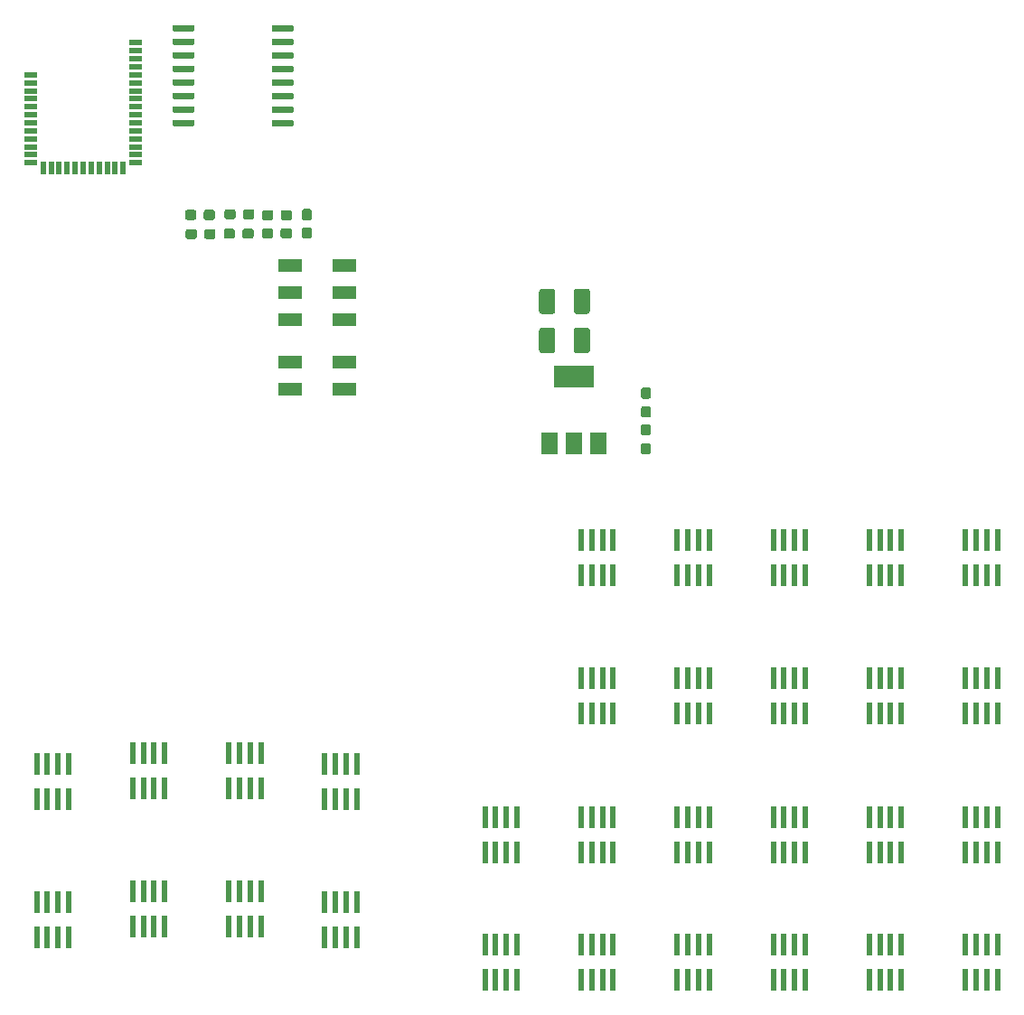
<source format=gtp>
%MOIN*%
%OFA0B0*%
%FSLAX46Y46*%
%IPPOS*%
%LPD*%
%ADD10R,0.047244094488188976X0.01968503937007874*%
%ADD11R,0.01968503937007874X0.047244094488188976*%
%ADD12C,0.0039370078740157488*%
%ADD13C,0.037401574803149609*%
%ADD14R,0.090157480314960639X0.05*%
%ADD15C,0.023622047244094488*%
%ADD16C,0.059055118110236227*%
%ADD17R,0.14960629921259844X0.07874015748031496*%
%ADD18R,0.059055118110236227X0.07874015748031496*%
%ADD29R,0.01968503937007874X0.07874015748031496*%
%ADD30R,0.01968503937007874X0.07874015748031496*%
%ADD31R,0.01968503937007874X0.07874015748031496*%
%ADD32R,0.01968503937007874X0.07874015748031496*%
%ADD33R,0.01968503937007874X0.07874015748031496*%
%ADD34R,0.01968503937007874X0.07874015748031496*%
%ADD35R,0.01968503937007874X0.07874015748031496*%
%ADD36R,0.01968503937007874X0.07874015748031496*%
%ADD37R,0.01968503937007874X0.07874015748031496*%
%ADD38R,0.01968503937007874X0.07874015748031496*%
%ADD39R,0.01968503937007874X0.07874015748031496*%
%ADD40R,0.01968503937007874X0.07874015748031496*%
%ADD41R,0.01968503937007874X0.07874015748031496*%
%ADD42R,0.01968503937007874X0.07874015748031496*%
%ADD43R,0.01968503937007874X0.07874015748031496*%
%ADD44R,0.01968503937007874X0.07874015748031496*%
%ADD45R,0.01968503937007874X0.07874015748031496*%
%ADD46R,0.01968503937007874X0.07874015748031496*%
%ADD47R,0.01968503937007874X0.07874015748031496*%
%ADD48R,0.01968503937007874X0.07874015748031496*%
%ADD49R,0.01968503937007874X0.07874015748031496*%
%ADD50R,0.01968503937007874X0.07874015748031496*%
%ADD51R,0.01968503937007874X0.07874015748031496*%
%ADD52R,0.01968503937007874X0.07874015748031496*%
%ADD53R,0.01968503937007874X0.07874015748031496*%
%ADD54R,0.01968503937007874X0.07874015748031496*%
%ADD55R,0.01968503937007874X0.07874015748031496*%
%ADD56R,0.01968503937007874X0.07874015748031496*%
%ADD57R,0.01968503937007874X0.07874015748031496*%
%ADD58R,0.01968503937007874X0.07874015748031496*%
D10*
X-0005118110Y0005118110D02*
X0000621850Y0003724173D03*
X0000621850Y0003694645D03*
X0000621850Y0003665118D03*
X0000621850Y0003635590D03*
X0000621850Y0003606062D03*
X0000621850Y0003576535D03*
X0000621850Y0003547007D03*
X0000621850Y0003517480D03*
X0000621850Y0003487952D03*
X0000621850Y0003458425D03*
X0000621850Y0003428897D03*
X0000621850Y0003399370D03*
X0000621850Y0003369842D03*
X0000621850Y0003340314D03*
X0000621850Y0003310787D03*
X0000621850Y0003281259D03*
D11*
X0000576574Y0003263543D03*
X0000547047Y0003263543D03*
X0000517519Y0003263543D03*
X0000487992Y0003263543D03*
X0000458464Y0003263543D03*
X0000428937Y0003263543D03*
X0000399409Y0003263543D03*
X0000369881Y0003263543D03*
X0000340354Y0003263543D03*
X0000310826Y0003263543D03*
X0000281299Y0003263543D03*
D10*
X0000236023Y0003281259D03*
X0000236023Y0003310787D03*
X0000236023Y0003340314D03*
X0000236023Y0003369842D03*
X0000236023Y0003399370D03*
X0000236023Y0003428897D03*
X0000236023Y0003458425D03*
X0000236023Y0003487952D03*
X0000236023Y0003517480D03*
X0000236023Y0003547007D03*
X0000236023Y0003576535D03*
X0000236023Y0003606062D03*
D12*
G36*
X0000837825Y0003107632D02*
G01*
X0000838733Y0003107497D01*
X0000839623Y0003107274D01*
X0000840487Y0003106965D01*
X0000841317Y0003106573D01*
X0000842104Y0003106101D01*
X0000842841Y0003105554D01*
X0000843521Y0003104938D01*
X0000844137Y0003104258D01*
X0000844683Y0003103521D01*
X0000845155Y0003102734D01*
X0000845548Y0003101905D01*
X0000845857Y0003101041D01*
X0000846080Y0003100150D01*
X0000846214Y0003099243D01*
X0000846259Y0003098326D01*
X0000846259Y0003079625D01*
X0000846214Y0003078709D01*
X0000846080Y0003077801D01*
X0000845857Y0003076911D01*
X0000845548Y0003076047D01*
X0000845155Y0003075218D01*
X0000844683Y0003074431D01*
X0000844137Y0003073694D01*
X0000843521Y0003073014D01*
X0000842841Y0003072398D01*
X0000842104Y0003071851D01*
X0000841317Y0003071379D01*
X0000840487Y0003070987D01*
X0000839623Y0003070678D01*
X0000838733Y0003070455D01*
X0000837825Y0003070320D01*
X0000836909Y0003070275D01*
X0000814271Y0003070275D01*
X0000813355Y0003070320D01*
X0000812447Y0003070455D01*
X0000811557Y0003070678D01*
X0000810693Y0003070987D01*
X0000809863Y0003071379D01*
X0000809076Y0003071851D01*
X0000808339Y0003072398D01*
X0000807659Y0003073014D01*
X0000807043Y0003073694D01*
X0000806497Y0003074431D01*
X0000806025Y0003075218D01*
X0000805632Y0003076047D01*
X0000805323Y0003076911D01*
X0000805100Y0003077801D01*
X0000804966Y0003078709D01*
X0000804921Y0003079625D01*
X0000804921Y0003098326D01*
X0000804966Y0003099243D01*
X0000805100Y0003100150D01*
X0000805323Y0003101041D01*
X0000805632Y0003101905D01*
X0000806025Y0003102734D01*
X0000806497Y0003103521D01*
X0000807043Y0003104258D01*
X0000807659Y0003104938D01*
X0000808339Y0003105554D01*
X0000809076Y0003106101D01*
X0000809863Y0003106573D01*
X0000810693Y0003106965D01*
X0000811557Y0003107274D01*
X0000812447Y0003107497D01*
X0000813355Y0003107632D01*
X0000814271Y0003107677D01*
X0000836909Y0003107677D01*
X0000837825Y0003107632D01*
X0000837825Y0003107632D01*
G37*
D13*
X0000825590Y0003088976D03*
D12*
G36*
X0000906723Y0003107632D02*
G01*
X0000907631Y0003107497D01*
X0000908521Y0003107274D01*
X0000909385Y0003106965D01*
X0000910214Y0003106573D01*
X0000911001Y0003106101D01*
X0000911738Y0003105554D01*
X0000912418Y0003104938D01*
X0000913035Y0003104258D01*
X0000913581Y0003103521D01*
X0000914053Y0003102734D01*
X0000914445Y0003101905D01*
X0000914754Y0003101041D01*
X0000914977Y0003100150D01*
X0000915112Y0003099243D01*
X0000915157Y0003098326D01*
X0000915157Y0003079625D01*
X0000915112Y0003078709D01*
X0000914977Y0003077801D01*
X0000914754Y0003076911D01*
X0000914445Y0003076047D01*
X0000914053Y0003075218D01*
X0000913581Y0003074431D01*
X0000913035Y0003073694D01*
X0000912418Y0003073014D01*
X0000911738Y0003072398D01*
X0000911001Y0003071851D01*
X0000910214Y0003071379D01*
X0000909385Y0003070987D01*
X0000908521Y0003070678D01*
X0000907631Y0003070455D01*
X0000906723Y0003070320D01*
X0000905807Y0003070275D01*
X0000883169Y0003070275D01*
X0000882252Y0003070320D01*
X0000881345Y0003070455D01*
X0000880454Y0003070678D01*
X0000879591Y0003070987D01*
X0000878761Y0003071379D01*
X0000877974Y0003071851D01*
X0000877237Y0003072398D01*
X0000876557Y0003073014D01*
X0000875941Y0003073694D01*
X0000875394Y0003074431D01*
X0000874922Y0003075218D01*
X0000874530Y0003076047D01*
X0000874221Y0003076911D01*
X0000873998Y0003077801D01*
X0000873863Y0003078709D01*
X0000873818Y0003079625D01*
X0000873818Y0003098326D01*
X0000873863Y0003099243D01*
X0000873998Y0003100150D01*
X0000874221Y0003101041D01*
X0000874530Y0003101905D01*
X0000874922Y0003102734D01*
X0000875394Y0003103521D01*
X0000875941Y0003104258D01*
X0000876557Y0003104938D01*
X0000877237Y0003105554D01*
X0000877974Y0003106101D01*
X0000878761Y0003106573D01*
X0000879591Y0003106965D01*
X0000880454Y0003107274D01*
X0000881345Y0003107497D01*
X0000882252Y0003107632D01*
X0000883169Y0003107677D01*
X0000905807Y0003107677D01*
X0000906723Y0003107632D01*
X0000906723Y0003107632D01*
G37*
D13*
X0000894488Y0003088976D03*
D12*
G36*
X0001264400Y0003111057D02*
G01*
X0001265308Y0003110922D01*
X0001266198Y0003110699D01*
X0001267062Y0003110390D01*
X0001267891Y0003109998D01*
X0001268679Y0003109526D01*
X0001269416Y0003108979D01*
X0001270095Y0003108363D01*
X0001270712Y0003107683D01*
X0001271258Y0003106946D01*
X0001271730Y0003106159D01*
X0001272122Y0003105330D01*
X0001272431Y0003104466D01*
X0001272654Y0003103576D01*
X0001272789Y0003102668D01*
X0001272834Y0003101751D01*
X0001272834Y0003079114D01*
X0001272789Y0003078197D01*
X0001272654Y0003077289D01*
X0001272431Y0003076399D01*
X0001272122Y0003075535D01*
X0001271730Y0003074706D01*
X0001271258Y0003073919D01*
X0001270712Y0003073182D01*
X0001270095Y0003072502D01*
X0001269416Y0003071886D01*
X0001268679Y0003071339D01*
X0001267891Y0003070867D01*
X0001267062Y0003070475D01*
X0001266198Y0003070166D01*
X0001265308Y0003069943D01*
X0001264400Y0003069808D01*
X0001263484Y0003069763D01*
X0001244783Y0003069763D01*
X0001243866Y0003069808D01*
X0001242959Y0003069943D01*
X0001242069Y0003070166D01*
X0001241205Y0003070475D01*
X0001240375Y0003070867D01*
X0001239588Y0003071339D01*
X0001238851Y0003071886D01*
X0001238171Y0003072502D01*
X0001237555Y0003073182D01*
X0001237008Y0003073919D01*
X0001236537Y0003074706D01*
X0001236144Y0003075535D01*
X0001235835Y0003076399D01*
X0001235612Y0003077289D01*
X0001235478Y0003078197D01*
X0001235433Y0003079114D01*
X0001235433Y0003101751D01*
X0001235478Y0003102668D01*
X0001235612Y0003103576D01*
X0001235835Y0003104466D01*
X0001236144Y0003105330D01*
X0001236537Y0003106159D01*
X0001237008Y0003106946D01*
X0001237555Y0003107683D01*
X0001238171Y0003108363D01*
X0001238851Y0003108979D01*
X0001239588Y0003109526D01*
X0001240375Y0003109998D01*
X0001241205Y0003110390D01*
X0001242069Y0003110699D01*
X0001242959Y0003110922D01*
X0001243866Y0003111057D01*
X0001244783Y0003111102D01*
X0001263484Y0003111102D01*
X0001264400Y0003111057D01*
X0001264400Y0003111057D01*
G37*
D13*
X0001254133Y0003090433D03*
D12*
G36*
X0001264400Y0003042159D02*
G01*
X0001265308Y0003042025D01*
X0001266198Y0003041802D01*
X0001267062Y0003041492D01*
X0001267891Y0003041100D01*
X0001268679Y0003040628D01*
X0001269416Y0003040082D01*
X0001270095Y0003039466D01*
X0001270712Y0003038786D01*
X0001271258Y0003038049D01*
X0001271730Y0003037262D01*
X0001272122Y0003036432D01*
X0001272431Y0003035568D01*
X0001272654Y0003034678D01*
X0001272789Y0003033770D01*
X0001272834Y0003032854D01*
X0001272834Y0003010216D01*
X0001272789Y0003009300D01*
X0001272654Y0003008392D01*
X0001272431Y0003007502D01*
X0001272122Y0003006638D01*
X0001271730Y0003005808D01*
X0001271258Y0003005021D01*
X0001270712Y0003004284D01*
X0001270095Y0003003604D01*
X0001269416Y0003002988D01*
X0001268679Y0003002441D01*
X0001267891Y0003001970D01*
X0001267062Y0003001577D01*
X0001266198Y0003001268D01*
X0001265308Y0003001045D01*
X0001264400Y0003000911D01*
X0001263484Y0003000866D01*
X0001244783Y0003000866D01*
X0001243866Y0003000911D01*
X0001242959Y0003001045D01*
X0001242069Y0003001268D01*
X0001241205Y0003001577D01*
X0001240375Y0003001970D01*
X0001239588Y0003002441D01*
X0001238851Y0003002988D01*
X0001238171Y0003003604D01*
X0001237555Y0003004284D01*
X0001237008Y0003005021D01*
X0001236537Y0003005808D01*
X0001236144Y0003006638D01*
X0001235835Y0003007502D01*
X0001235612Y0003008392D01*
X0001235478Y0003009300D01*
X0001235433Y0003010216D01*
X0001235433Y0003032854D01*
X0001235478Y0003033770D01*
X0001235612Y0003034678D01*
X0001235835Y0003035568D01*
X0001236144Y0003036432D01*
X0001236537Y0003037262D01*
X0001237008Y0003038049D01*
X0001237555Y0003038786D01*
X0001238171Y0003039466D01*
X0001238851Y0003040082D01*
X0001239588Y0003040628D01*
X0001240375Y0003041100D01*
X0001241205Y0003041492D01*
X0001242069Y0003041802D01*
X0001242959Y0003042025D01*
X0001243866Y0003042159D01*
X0001244783Y0003042204D01*
X0001263484Y0003042204D01*
X0001264400Y0003042159D01*
X0001264400Y0003042159D01*
G37*
D13*
X0001254133Y0003021535D03*
D14*
X0001391338Y0002902834D03*
X0001391338Y0002802834D03*
X0001391338Y0002702834D03*
X0001192519Y0002902834D03*
X0001192519Y0002802834D03*
X0001192519Y0002702834D03*
D12*
G36*
X0000982983Y0003110230D02*
G01*
X0000983891Y0003110095D01*
X0000984781Y0003109872D01*
X0000985645Y0003109563D01*
X0000986474Y0003109171D01*
X0000987261Y0003108699D01*
X0000987998Y0003108153D01*
X0000988678Y0003107536D01*
X0000989294Y0003106856D01*
X0000989841Y0003106120D01*
X0000990313Y0003105332D01*
X0000990705Y0003104503D01*
X0000991014Y0003103639D01*
X0000991237Y0003102749D01*
X0000991372Y0003101841D01*
X0000991417Y0003100925D01*
X0000991417Y0003082224D01*
X0000991372Y0003081307D01*
X0000991237Y0003080400D01*
X0000991014Y0003079510D01*
X0000990705Y0003078646D01*
X0000990313Y0003077816D01*
X0000989841Y0003077029D01*
X0000989294Y0003076292D01*
X0000988678Y0003075612D01*
X0000987998Y0003074996D01*
X0000987261Y0003074449D01*
X0000986474Y0003073978D01*
X0000985645Y0003073585D01*
X0000984781Y0003073276D01*
X0000983891Y0003073053D01*
X0000982983Y0003072919D01*
X0000982066Y0003072874D01*
X0000959429Y0003072874D01*
X0000958512Y0003072919D01*
X0000957604Y0003073053D01*
X0000956714Y0003073276D01*
X0000955850Y0003073585D01*
X0000955021Y0003073978D01*
X0000954234Y0003074449D01*
X0000953497Y0003074996D01*
X0000952817Y0003075612D01*
X0000952201Y0003076292D01*
X0000951654Y0003077029D01*
X0000951182Y0003077816D01*
X0000950790Y0003078646D01*
X0000950481Y0003079510D01*
X0000950258Y0003080400D01*
X0000950123Y0003081307D01*
X0000950078Y0003082224D01*
X0000950078Y0003100925D01*
X0000950123Y0003101841D01*
X0000950258Y0003102749D01*
X0000950481Y0003103639D01*
X0000950790Y0003104503D01*
X0000951182Y0003105332D01*
X0000951654Y0003106120D01*
X0000952201Y0003106856D01*
X0000952817Y0003107536D01*
X0000953497Y0003108153D01*
X0000954234Y0003108699D01*
X0000955021Y0003109171D01*
X0000955850Y0003109563D01*
X0000956714Y0003109872D01*
X0000957604Y0003110095D01*
X0000958512Y0003110230D01*
X0000959429Y0003110275D01*
X0000982066Y0003110275D01*
X0000982983Y0003110230D01*
X0000982983Y0003110230D01*
G37*
D13*
X0000970748Y0003091574D03*
D12*
G36*
X0001051881Y0003110230D02*
G01*
X0001052788Y0003110095D01*
X0001053678Y0003109872D01*
X0001054542Y0003109563D01*
X0001055372Y0003109171D01*
X0001056159Y0003108699D01*
X0001056896Y0003108153D01*
X0001057576Y0003107536D01*
X0001058192Y0003106856D01*
X0001058739Y0003106120D01*
X0001059210Y0003105332D01*
X0001059603Y0003104503D01*
X0001059912Y0003103639D01*
X0001060135Y0003102749D01*
X0001060269Y0003101841D01*
X0001060314Y0003100925D01*
X0001060314Y0003082224D01*
X0001060269Y0003081307D01*
X0001060135Y0003080400D01*
X0001059912Y0003079510D01*
X0001059603Y0003078646D01*
X0001059210Y0003077816D01*
X0001058739Y0003077029D01*
X0001058192Y0003076292D01*
X0001057576Y0003075612D01*
X0001056896Y0003074996D01*
X0001056159Y0003074449D01*
X0001055372Y0003073978D01*
X0001054542Y0003073585D01*
X0001053678Y0003073276D01*
X0001052788Y0003073053D01*
X0001051881Y0003072919D01*
X0001050964Y0003072874D01*
X0001028326Y0003072874D01*
X0001027410Y0003072919D01*
X0001026502Y0003073053D01*
X0001025612Y0003073276D01*
X0001024748Y0003073585D01*
X0001023919Y0003073978D01*
X0001023131Y0003074449D01*
X0001022394Y0003074996D01*
X0001021715Y0003075612D01*
X0001021098Y0003076292D01*
X0001020552Y0003077029D01*
X0001020080Y0003077816D01*
X0001019688Y0003078646D01*
X0001019378Y0003079510D01*
X0001019155Y0003080400D01*
X0001019021Y0003081307D01*
X0001018976Y0003082224D01*
X0001018976Y0003100925D01*
X0001019021Y0003101841D01*
X0001019155Y0003102749D01*
X0001019378Y0003103639D01*
X0001019688Y0003104503D01*
X0001020080Y0003105332D01*
X0001020552Y0003106120D01*
X0001021098Y0003106856D01*
X0001021715Y0003107536D01*
X0001022394Y0003108153D01*
X0001023131Y0003108699D01*
X0001023919Y0003109171D01*
X0001024748Y0003109563D01*
X0001025612Y0003109872D01*
X0001026502Y0003110095D01*
X0001027410Y0003110230D01*
X0001028326Y0003110275D01*
X0001050964Y0003110275D01*
X0001051881Y0003110230D01*
X0001051881Y0003110230D01*
G37*
D13*
X0001039645Y0003091574D03*
D14*
X0001392086Y0002546810D03*
X0001392086Y0002446811D03*
X0001193267Y0002546810D03*
X0001193267Y0002446811D03*
D12*
G36*
X0000840070Y0003036884D02*
G01*
X0000840977Y0003036749D01*
X0000841867Y0003036526D01*
X0000842731Y0003036217D01*
X0000843561Y0003035825D01*
X0000844348Y0003035353D01*
X0000845085Y0003034806D01*
X0000845765Y0003034190D01*
X0000846381Y0003033510D01*
X0000846928Y0003032773D01*
X0000847399Y0003031986D01*
X0000847792Y0003031156D01*
X0000848101Y0003030293D01*
X0000848324Y0003029402D01*
X0000848458Y0003028495D01*
X0000848503Y0003027578D01*
X0000848503Y0003008877D01*
X0000848458Y0003007961D01*
X0000848324Y0003007053D01*
X0000848101Y0003006163D01*
X0000847792Y0003005299D01*
X0000847399Y0003004470D01*
X0000846928Y0003003683D01*
X0000846381Y0003002946D01*
X0000845765Y0003002266D01*
X0000845085Y0003001649D01*
X0000844348Y0003001103D01*
X0000843561Y0003000631D01*
X0000842731Y0003000239D01*
X0000841867Y0002999930D01*
X0000840977Y0002999707D01*
X0000840070Y0002999572D01*
X0000839153Y0002999527D01*
X0000816515Y0002999527D01*
X0000815599Y0002999572D01*
X0000814691Y0002999707D01*
X0000813801Y0002999930D01*
X0000812937Y0003000239D01*
X0000812107Y0003000631D01*
X0000811320Y0003001103D01*
X0000810583Y0003001649D01*
X0000809904Y0003002266D01*
X0000809287Y0003002946D01*
X0000808741Y0003003683D01*
X0000808269Y0003004470D01*
X0000807877Y0003005299D01*
X0000807567Y0003006163D01*
X0000807345Y0003007053D01*
X0000807210Y0003007961D01*
X0000807165Y0003008877D01*
X0000807165Y0003027578D01*
X0000807210Y0003028495D01*
X0000807345Y0003029402D01*
X0000807567Y0003030293D01*
X0000807877Y0003031156D01*
X0000808269Y0003031986D01*
X0000808741Y0003032773D01*
X0000809287Y0003033510D01*
X0000809904Y0003034190D01*
X0000810583Y0003034806D01*
X0000811320Y0003035353D01*
X0000812107Y0003035825D01*
X0000812937Y0003036217D01*
X0000813801Y0003036526D01*
X0000814691Y0003036749D01*
X0000815599Y0003036884D01*
X0000816515Y0003036929D01*
X0000839153Y0003036929D01*
X0000840070Y0003036884D01*
X0000840070Y0003036884D01*
G37*
D13*
X0000827834Y0003018228D03*
D12*
G36*
X0000908967Y0003036884D02*
G01*
X0000909875Y0003036749D01*
X0000910765Y0003036526D01*
X0000911629Y0003036217D01*
X0000912458Y0003035825D01*
X0000913245Y0003035353D01*
X0000913982Y0003034806D01*
X0000914662Y0003034190D01*
X0000915279Y0003033510D01*
X0000915825Y0003032773D01*
X0000916297Y0003031986D01*
X0000916689Y0003031156D01*
X0000916998Y0003030293D01*
X0000917221Y0003029402D01*
X0000917356Y0003028495D01*
X0000917401Y0003027578D01*
X0000917401Y0003008877D01*
X0000917356Y0003007961D01*
X0000917221Y0003007053D01*
X0000916998Y0003006163D01*
X0000916689Y0003005299D01*
X0000916297Y0003004470D01*
X0000915825Y0003003683D01*
X0000915279Y0003002946D01*
X0000914662Y0003002266D01*
X0000913982Y0003001649D01*
X0000913245Y0003001103D01*
X0000912458Y0003000631D01*
X0000911629Y0003000239D01*
X0000910765Y0002999930D01*
X0000909875Y0002999707D01*
X0000908967Y0002999572D01*
X0000908051Y0002999527D01*
X0000885413Y0002999527D01*
X0000884496Y0002999572D01*
X0000883589Y0002999707D01*
X0000882699Y0002999930D01*
X0000881835Y0003000239D01*
X0000881005Y0003000631D01*
X0000880218Y0003001103D01*
X0000879481Y0003001649D01*
X0000878801Y0003002266D01*
X0000878185Y0003002946D01*
X0000877638Y0003003683D01*
X0000877167Y0003004470D01*
X0000876774Y0003005299D01*
X0000876465Y0003006163D01*
X0000876242Y0003007053D01*
X0000876107Y0003007961D01*
X0000876062Y0003008877D01*
X0000876062Y0003027578D01*
X0000876107Y0003028495D01*
X0000876242Y0003029402D01*
X0000876465Y0003030293D01*
X0000876774Y0003031156D01*
X0000877167Y0003031986D01*
X0000877638Y0003032773D01*
X0000878185Y0003033510D01*
X0000878801Y0003034190D01*
X0000879481Y0003034806D01*
X0000880218Y0003035353D01*
X0000881005Y0003035825D01*
X0000881835Y0003036217D01*
X0000882699Y0003036526D01*
X0000883589Y0003036749D01*
X0000884496Y0003036884D01*
X0000885413Y0003036929D01*
X0000908051Y0003036929D01*
X0000908967Y0003036884D01*
X0000908967Y0003036884D01*
G37*
D13*
X0000896732Y0003018228D03*
D12*
G36*
X0001199515Y0003440168D02*
G01*
X0001200089Y0003440083D01*
X0001200651Y0003439942D01*
X0001201196Y0003439747D01*
X0001201720Y0003439499D01*
X0001202217Y0003439201D01*
X0001202683Y0003438856D01*
X0001203112Y0003438467D01*
X0001203502Y0003438037D01*
X0001203847Y0003437572D01*
X0001204145Y0003437075D01*
X0001204392Y0003436551D01*
X0001204588Y0003436005D01*
X0001204729Y0003435443D01*
X0001204814Y0003434870D01*
X0001204842Y0003434291D01*
X0001204842Y0003422480D01*
X0001204814Y0003421901D01*
X0001204729Y0003421328D01*
X0001204588Y0003420766D01*
X0001204392Y0003420220D01*
X0001204145Y0003419696D01*
X0001203847Y0003419199D01*
X0001203502Y0003418733D01*
X0001203112Y0003418304D01*
X0001202683Y0003417915D01*
X0001202217Y0003417570D01*
X0001201720Y0003417272D01*
X0001201196Y0003417024D01*
X0001200651Y0003416829D01*
X0001200089Y0003416688D01*
X0001199515Y0003416603D01*
X0001198937Y0003416574D01*
X0001130039Y0003416574D01*
X0001129460Y0003416603D01*
X0001128887Y0003416688D01*
X0001128325Y0003416829D01*
X0001127779Y0003417024D01*
X0001127255Y0003417272D01*
X0001126758Y0003417570D01*
X0001126292Y0003417915D01*
X0001125863Y0003418304D01*
X0001125474Y0003418733D01*
X0001125129Y0003419199D01*
X0001124831Y0003419696D01*
X0001124583Y0003420220D01*
X0001124388Y0003420766D01*
X0001124247Y0003421328D01*
X0001124162Y0003421901D01*
X0001124133Y0003422480D01*
X0001124133Y0003434291D01*
X0001124162Y0003434870D01*
X0001124247Y0003435443D01*
X0001124388Y0003436005D01*
X0001124583Y0003436551D01*
X0001124831Y0003437075D01*
X0001125129Y0003437572D01*
X0001125474Y0003438037D01*
X0001125863Y0003438467D01*
X0001126292Y0003438856D01*
X0001126758Y0003439201D01*
X0001127255Y0003439499D01*
X0001127779Y0003439747D01*
X0001128325Y0003439942D01*
X0001128887Y0003440083D01*
X0001129460Y0003440168D01*
X0001130039Y0003440196D01*
X0001198937Y0003440196D01*
X0001199515Y0003440168D01*
X0001199515Y0003440168D01*
G37*
D15*
X0001164488Y0003428385D03*
D12*
G36*
X0001199515Y0003490168D02*
G01*
X0001200089Y0003490083D01*
X0001200651Y0003489942D01*
X0001201196Y0003489747D01*
X0001201720Y0003489499D01*
X0001202217Y0003489201D01*
X0001202683Y0003488856D01*
X0001203112Y0003488467D01*
X0001203502Y0003488037D01*
X0001203847Y0003487572D01*
X0001204145Y0003487075D01*
X0001204392Y0003486551D01*
X0001204588Y0003486005D01*
X0001204729Y0003485443D01*
X0001204814Y0003484870D01*
X0001204842Y0003484291D01*
X0001204842Y0003472480D01*
X0001204814Y0003471901D01*
X0001204729Y0003471328D01*
X0001204588Y0003470766D01*
X0001204392Y0003470220D01*
X0001204145Y0003469696D01*
X0001203847Y0003469199D01*
X0001203502Y0003468733D01*
X0001203112Y0003468304D01*
X0001202683Y0003467915D01*
X0001202217Y0003467570D01*
X0001201720Y0003467272D01*
X0001201196Y0003467024D01*
X0001200651Y0003466829D01*
X0001200089Y0003466688D01*
X0001199515Y0003466603D01*
X0001198937Y0003466574D01*
X0001130039Y0003466574D01*
X0001129460Y0003466603D01*
X0001128887Y0003466688D01*
X0001128325Y0003466829D01*
X0001127779Y0003467024D01*
X0001127255Y0003467272D01*
X0001126758Y0003467570D01*
X0001126292Y0003467915D01*
X0001125863Y0003468304D01*
X0001125474Y0003468733D01*
X0001125129Y0003469199D01*
X0001124831Y0003469696D01*
X0001124583Y0003470220D01*
X0001124388Y0003470766D01*
X0001124247Y0003471328D01*
X0001124162Y0003471901D01*
X0001124133Y0003472480D01*
X0001124133Y0003484291D01*
X0001124162Y0003484870D01*
X0001124247Y0003485443D01*
X0001124388Y0003486005D01*
X0001124583Y0003486551D01*
X0001124831Y0003487075D01*
X0001125129Y0003487572D01*
X0001125474Y0003488037D01*
X0001125863Y0003488467D01*
X0001126292Y0003488856D01*
X0001126758Y0003489201D01*
X0001127255Y0003489499D01*
X0001127779Y0003489747D01*
X0001128325Y0003489942D01*
X0001128887Y0003490083D01*
X0001129460Y0003490168D01*
X0001130039Y0003490196D01*
X0001198937Y0003490196D01*
X0001199515Y0003490168D01*
X0001199515Y0003490168D01*
G37*
D15*
X0001164488Y0003478385D03*
D12*
G36*
X0001199515Y0003540168D02*
G01*
X0001200089Y0003540083D01*
X0001200651Y0003539942D01*
X0001201196Y0003539747D01*
X0001201720Y0003539499D01*
X0001202217Y0003539201D01*
X0001202683Y0003538856D01*
X0001203112Y0003538467D01*
X0001203502Y0003538037D01*
X0001203847Y0003537572D01*
X0001204145Y0003537075D01*
X0001204392Y0003536551D01*
X0001204588Y0003536005D01*
X0001204729Y0003535443D01*
X0001204814Y0003534870D01*
X0001204842Y0003534291D01*
X0001204842Y0003522480D01*
X0001204814Y0003521901D01*
X0001204729Y0003521328D01*
X0001204588Y0003520766D01*
X0001204392Y0003520220D01*
X0001204145Y0003519696D01*
X0001203847Y0003519199D01*
X0001203502Y0003518733D01*
X0001203112Y0003518304D01*
X0001202683Y0003517915D01*
X0001202217Y0003517570D01*
X0001201720Y0003517272D01*
X0001201196Y0003517024D01*
X0001200651Y0003516829D01*
X0001200089Y0003516688D01*
X0001199515Y0003516603D01*
X0001198937Y0003516574D01*
X0001130039Y0003516574D01*
X0001129460Y0003516603D01*
X0001128887Y0003516688D01*
X0001128325Y0003516829D01*
X0001127779Y0003517024D01*
X0001127255Y0003517272D01*
X0001126758Y0003517570D01*
X0001126292Y0003517915D01*
X0001125863Y0003518304D01*
X0001125474Y0003518733D01*
X0001125129Y0003519199D01*
X0001124831Y0003519696D01*
X0001124583Y0003520220D01*
X0001124388Y0003520766D01*
X0001124247Y0003521328D01*
X0001124162Y0003521901D01*
X0001124133Y0003522480D01*
X0001124133Y0003534291D01*
X0001124162Y0003534870D01*
X0001124247Y0003535443D01*
X0001124388Y0003536005D01*
X0001124583Y0003536551D01*
X0001124831Y0003537075D01*
X0001125129Y0003537572D01*
X0001125474Y0003538037D01*
X0001125863Y0003538467D01*
X0001126292Y0003538856D01*
X0001126758Y0003539201D01*
X0001127255Y0003539499D01*
X0001127779Y0003539747D01*
X0001128325Y0003539942D01*
X0001128887Y0003540083D01*
X0001129460Y0003540168D01*
X0001130039Y0003540196D01*
X0001198937Y0003540196D01*
X0001199515Y0003540168D01*
X0001199515Y0003540168D01*
G37*
D15*
X0001164488Y0003528385D03*
D12*
G36*
X0001199515Y0003590168D02*
G01*
X0001200089Y0003590083D01*
X0001200651Y0003589942D01*
X0001201196Y0003589747D01*
X0001201720Y0003589499D01*
X0001202217Y0003589201D01*
X0001202683Y0003588856D01*
X0001203112Y0003588467D01*
X0001203502Y0003588037D01*
X0001203847Y0003587572D01*
X0001204145Y0003587075D01*
X0001204392Y0003586551D01*
X0001204588Y0003586005D01*
X0001204729Y0003585443D01*
X0001204814Y0003584870D01*
X0001204842Y0003584291D01*
X0001204842Y0003572480D01*
X0001204814Y0003571901D01*
X0001204729Y0003571328D01*
X0001204588Y0003570766D01*
X0001204392Y0003570220D01*
X0001204145Y0003569696D01*
X0001203847Y0003569199D01*
X0001203502Y0003568733D01*
X0001203112Y0003568304D01*
X0001202683Y0003567915D01*
X0001202217Y0003567570D01*
X0001201720Y0003567272D01*
X0001201196Y0003567024D01*
X0001200651Y0003566829D01*
X0001200089Y0003566688D01*
X0001199515Y0003566603D01*
X0001198937Y0003566574D01*
X0001130039Y0003566574D01*
X0001129460Y0003566603D01*
X0001128887Y0003566688D01*
X0001128325Y0003566829D01*
X0001127779Y0003567024D01*
X0001127255Y0003567272D01*
X0001126758Y0003567570D01*
X0001126292Y0003567915D01*
X0001125863Y0003568304D01*
X0001125474Y0003568733D01*
X0001125129Y0003569199D01*
X0001124831Y0003569696D01*
X0001124583Y0003570220D01*
X0001124388Y0003570766D01*
X0001124247Y0003571328D01*
X0001124162Y0003571901D01*
X0001124133Y0003572480D01*
X0001124133Y0003584291D01*
X0001124162Y0003584870D01*
X0001124247Y0003585443D01*
X0001124388Y0003586005D01*
X0001124583Y0003586551D01*
X0001124831Y0003587075D01*
X0001125129Y0003587572D01*
X0001125474Y0003588037D01*
X0001125863Y0003588467D01*
X0001126292Y0003588856D01*
X0001126758Y0003589201D01*
X0001127255Y0003589499D01*
X0001127779Y0003589747D01*
X0001128325Y0003589942D01*
X0001128887Y0003590083D01*
X0001129460Y0003590168D01*
X0001130039Y0003590196D01*
X0001198937Y0003590196D01*
X0001199515Y0003590168D01*
X0001199515Y0003590168D01*
G37*
D15*
X0001164488Y0003578385D03*
D12*
G36*
X0001199515Y0003640168D02*
G01*
X0001200089Y0003640083D01*
X0001200651Y0003639942D01*
X0001201196Y0003639747D01*
X0001201720Y0003639499D01*
X0001202217Y0003639201D01*
X0001202683Y0003638856D01*
X0001203112Y0003638467D01*
X0001203502Y0003638037D01*
X0001203847Y0003637572D01*
X0001204145Y0003637075D01*
X0001204392Y0003636551D01*
X0001204588Y0003636005D01*
X0001204729Y0003635443D01*
X0001204814Y0003634870D01*
X0001204842Y0003634291D01*
X0001204842Y0003622480D01*
X0001204814Y0003621901D01*
X0001204729Y0003621328D01*
X0001204588Y0003620766D01*
X0001204392Y0003620220D01*
X0001204145Y0003619696D01*
X0001203847Y0003619199D01*
X0001203502Y0003618733D01*
X0001203112Y0003618304D01*
X0001202683Y0003617915D01*
X0001202217Y0003617570D01*
X0001201720Y0003617272D01*
X0001201196Y0003617024D01*
X0001200651Y0003616829D01*
X0001200089Y0003616688D01*
X0001199515Y0003616603D01*
X0001198937Y0003616574D01*
X0001130039Y0003616574D01*
X0001129460Y0003616603D01*
X0001128887Y0003616688D01*
X0001128325Y0003616829D01*
X0001127779Y0003617024D01*
X0001127255Y0003617272D01*
X0001126758Y0003617570D01*
X0001126292Y0003617915D01*
X0001125863Y0003618304D01*
X0001125474Y0003618733D01*
X0001125129Y0003619199D01*
X0001124831Y0003619696D01*
X0001124583Y0003620220D01*
X0001124388Y0003620766D01*
X0001124247Y0003621328D01*
X0001124162Y0003621901D01*
X0001124133Y0003622480D01*
X0001124133Y0003634291D01*
X0001124162Y0003634870D01*
X0001124247Y0003635443D01*
X0001124388Y0003636005D01*
X0001124583Y0003636551D01*
X0001124831Y0003637075D01*
X0001125129Y0003637572D01*
X0001125474Y0003638037D01*
X0001125863Y0003638467D01*
X0001126292Y0003638856D01*
X0001126758Y0003639201D01*
X0001127255Y0003639499D01*
X0001127779Y0003639747D01*
X0001128325Y0003639942D01*
X0001128887Y0003640083D01*
X0001129460Y0003640168D01*
X0001130039Y0003640196D01*
X0001198937Y0003640196D01*
X0001199515Y0003640168D01*
X0001199515Y0003640168D01*
G37*
D15*
X0001164488Y0003628385D03*
D12*
G36*
X0001199515Y0003690168D02*
G01*
X0001200089Y0003690083D01*
X0001200651Y0003689942D01*
X0001201196Y0003689747D01*
X0001201720Y0003689499D01*
X0001202217Y0003689201D01*
X0001202683Y0003688856D01*
X0001203112Y0003688467D01*
X0001203502Y0003688037D01*
X0001203847Y0003687572D01*
X0001204145Y0003687075D01*
X0001204392Y0003686551D01*
X0001204588Y0003686005D01*
X0001204729Y0003685443D01*
X0001204814Y0003684870D01*
X0001204842Y0003684291D01*
X0001204842Y0003672480D01*
X0001204814Y0003671901D01*
X0001204729Y0003671328D01*
X0001204588Y0003670766D01*
X0001204392Y0003670220D01*
X0001204145Y0003669696D01*
X0001203847Y0003669199D01*
X0001203502Y0003668733D01*
X0001203112Y0003668304D01*
X0001202683Y0003667915D01*
X0001202217Y0003667570D01*
X0001201720Y0003667272D01*
X0001201196Y0003667024D01*
X0001200651Y0003666829D01*
X0001200089Y0003666688D01*
X0001199515Y0003666603D01*
X0001198937Y0003666574D01*
X0001130039Y0003666574D01*
X0001129460Y0003666603D01*
X0001128887Y0003666688D01*
X0001128325Y0003666829D01*
X0001127779Y0003667024D01*
X0001127255Y0003667272D01*
X0001126758Y0003667570D01*
X0001126292Y0003667915D01*
X0001125863Y0003668304D01*
X0001125474Y0003668733D01*
X0001125129Y0003669199D01*
X0001124831Y0003669696D01*
X0001124583Y0003670220D01*
X0001124388Y0003670766D01*
X0001124247Y0003671328D01*
X0001124162Y0003671901D01*
X0001124133Y0003672480D01*
X0001124133Y0003684291D01*
X0001124162Y0003684870D01*
X0001124247Y0003685443D01*
X0001124388Y0003686005D01*
X0001124583Y0003686551D01*
X0001124831Y0003687075D01*
X0001125129Y0003687572D01*
X0001125474Y0003688037D01*
X0001125863Y0003688467D01*
X0001126292Y0003688856D01*
X0001126758Y0003689201D01*
X0001127255Y0003689499D01*
X0001127779Y0003689747D01*
X0001128325Y0003689942D01*
X0001128887Y0003690083D01*
X0001129460Y0003690168D01*
X0001130039Y0003690196D01*
X0001198937Y0003690196D01*
X0001199515Y0003690168D01*
X0001199515Y0003690168D01*
G37*
D15*
X0001164488Y0003678385D03*
D12*
G36*
X0001199515Y0003740168D02*
G01*
X0001200089Y0003740083D01*
X0001200651Y0003739942D01*
X0001201196Y0003739747D01*
X0001201720Y0003739499D01*
X0001202217Y0003739201D01*
X0001202683Y0003738856D01*
X0001203112Y0003738467D01*
X0001203502Y0003738037D01*
X0001203847Y0003737572D01*
X0001204145Y0003737075D01*
X0001204392Y0003736551D01*
X0001204588Y0003736005D01*
X0001204729Y0003735443D01*
X0001204814Y0003734870D01*
X0001204842Y0003734291D01*
X0001204842Y0003722480D01*
X0001204814Y0003721901D01*
X0001204729Y0003721328D01*
X0001204588Y0003720766D01*
X0001204392Y0003720220D01*
X0001204145Y0003719696D01*
X0001203847Y0003719199D01*
X0001203502Y0003718733D01*
X0001203112Y0003718304D01*
X0001202683Y0003717915D01*
X0001202217Y0003717570D01*
X0001201720Y0003717272D01*
X0001201196Y0003717024D01*
X0001200651Y0003716829D01*
X0001200089Y0003716688D01*
X0001199515Y0003716603D01*
X0001198937Y0003716574D01*
X0001130039Y0003716574D01*
X0001129460Y0003716603D01*
X0001128887Y0003716688D01*
X0001128325Y0003716829D01*
X0001127779Y0003717024D01*
X0001127255Y0003717272D01*
X0001126758Y0003717570D01*
X0001126292Y0003717915D01*
X0001125863Y0003718304D01*
X0001125474Y0003718733D01*
X0001125129Y0003719199D01*
X0001124831Y0003719696D01*
X0001124583Y0003720220D01*
X0001124388Y0003720766D01*
X0001124247Y0003721328D01*
X0001124162Y0003721901D01*
X0001124133Y0003722480D01*
X0001124133Y0003734291D01*
X0001124162Y0003734870D01*
X0001124247Y0003735443D01*
X0001124388Y0003736005D01*
X0001124583Y0003736551D01*
X0001124831Y0003737075D01*
X0001125129Y0003737572D01*
X0001125474Y0003738037D01*
X0001125863Y0003738467D01*
X0001126292Y0003738856D01*
X0001126758Y0003739201D01*
X0001127255Y0003739499D01*
X0001127779Y0003739747D01*
X0001128325Y0003739942D01*
X0001128887Y0003740083D01*
X0001129460Y0003740168D01*
X0001130039Y0003740196D01*
X0001198937Y0003740196D01*
X0001199515Y0003740168D01*
X0001199515Y0003740168D01*
G37*
D15*
X0001164488Y0003728385D03*
D12*
G36*
X0001199515Y0003790168D02*
G01*
X0001200089Y0003790083D01*
X0001200651Y0003789942D01*
X0001201196Y0003789747D01*
X0001201720Y0003789499D01*
X0001202217Y0003789201D01*
X0001202683Y0003788856D01*
X0001203112Y0003788467D01*
X0001203502Y0003788037D01*
X0001203847Y0003787572D01*
X0001204145Y0003787075D01*
X0001204392Y0003786551D01*
X0001204588Y0003786005D01*
X0001204729Y0003785443D01*
X0001204814Y0003784870D01*
X0001204842Y0003784291D01*
X0001204842Y0003772480D01*
X0001204814Y0003771901D01*
X0001204729Y0003771328D01*
X0001204588Y0003770766D01*
X0001204392Y0003770220D01*
X0001204145Y0003769696D01*
X0001203847Y0003769199D01*
X0001203502Y0003768733D01*
X0001203112Y0003768304D01*
X0001202683Y0003767915D01*
X0001202217Y0003767570D01*
X0001201720Y0003767272D01*
X0001201196Y0003767024D01*
X0001200651Y0003766829D01*
X0001200089Y0003766688D01*
X0001199515Y0003766603D01*
X0001198937Y0003766574D01*
X0001130039Y0003766574D01*
X0001129460Y0003766603D01*
X0001128887Y0003766688D01*
X0001128325Y0003766829D01*
X0001127779Y0003767024D01*
X0001127255Y0003767272D01*
X0001126758Y0003767570D01*
X0001126292Y0003767915D01*
X0001125863Y0003768304D01*
X0001125474Y0003768733D01*
X0001125129Y0003769199D01*
X0001124831Y0003769696D01*
X0001124583Y0003770220D01*
X0001124388Y0003770766D01*
X0001124247Y0003771328D01*
X0001124162Y0003771901D01*
X0001124133Y0003772480D01*
X0001124133Y0003784291D01*
X0001124162Y0003784870D01*
X0001124247Y0003785443D01*
X0001124388Y0003786005D01*
X0001124583Y0003786551D01*
X0001124831Y0003787075D01*
X0001125129Y0003787572D01*
X0001125474Y0003788037D01*
X0001125863Y0003788467D01*
X0001126292Y0003788856D01*
X0001126758Y0003789201D01*
X0001127255Y0003789499D01*
X0001127779Y0003789747D01*
X0001128325Y0003789942D01*
X0001128887Y0003790083D01*
X0001129460Y0003790168D01*
X0001130039Y0003790196D01*
X0001198937Y0003790196D01*
X0001199515Y0003790168D01*
X0001199515Y0003790168D01*
G37*
D15*
X0001164488Y0003778385D03*
D12*
G36*
X0000833374Y0003790168D02*
G01*
X0000833947Y0003790083D01*
X0000834509Y0003789942D01*
X0000835055Y0003789747D01*
X0000835579Y0003789499D01*
X0000836076Y0003789201D01*
X0000836541Y0003788856D01*
X0000836971Y0003788467D01*
X0000837360Y0003788037D01*
X0000837705Y0003787572D01*
X0000838003Y0003787075D01*
X0000838251Y0003786551D01*
X0000838446Y0003786005D01*
X0000838587Y0003785443D01*
X0000838672Y0003784870D01*
X0000838700Y0003784291D01*
X0000838700Y0003772480D01*
X0000838672Y0003771901D01*
X0000838587Y0003771328D01*
X0000838446Y0003770766D01*
X0000838251Y0003770220D01*
X0000838003Y0003769696D01*
X0000837705Y0003769199D01*
X0000837360Y0003768733D01*
X0000836971Y0003768304D01*
X0000836541Y0003767915D01*
X0000836076Y0003767570D01*
X0000835579Y0003767272D01*
X0000835055Y0003767024D01*
X0000834509Y0003766829D01*
X0000833947Y0003766688D01*
X0000833374Y0003766603D01*
X0000832795Y0003766574D01*
X0000763897Y0003766574D01*
X0000763318Y0003766603D01*
X0000762745Y0003766688D01*
X0000762183Y0003766829D01*
X0000761637Y0003767024D01*
X0000761113Y0003767272D01*
X0000760616Y0003767570D01*
X0000760151Y0003767915D01*
X0000759721Y0003768304D01*
X0000759332Y0003768733D01*
X0000758987Y0003769199D01*
X0000758689Y0003769696D01*
X0000758441Y0003770220D01*
X0000758246Y0003770766D01*
X0000758105Y0003771328D01*
X0000758020Y0003771901D01*
X0000757992Y0003772480D01*
X0000757992Y0003784291D01*
X0000758020Y0003784870D01*
X0000758105Y0003785443D01*
X0000758246Y0003786005D01*
X0000758441Y0003786551D01*
X0000758689Y0003787075D01*
X0000758987Y0003787572D01*
X0000759332Y0003788037D01*
X0000759721Y0003788467D01*
X0000760151Y0003788856D01*
X0000760616Y0003789201D01*
X0000761113Y0003789499D01*
X0000761637Y0003789747D01*
X0000762183Y0003789942D01*
X0000762745Y0003790083D01*
X0000763318Y0003790168D01*
X0000763897Y0003790196D01*
X0000832795Y0003790196D01*
X0000833374Y0003790168D01*
X0000833374Y0003790168D01*
G37*
D15*
X0000798346Y0003778385D03*
D12*
G36*
X0000833374Y0003740168D02*
G01*
X0000833947Y0003740083D01*
X0000834509Y0003739942D01*
X0000835055Y0003739747D01*
X0000835579Y0003739499D01*
X0000836076Y0003739201D01*
X0000836541Y0003738856D01*
X0000836971Y0003738467D01*
X0000837360Y0003738037D01*
X0000837705Y0003737572D01*
X0000838003Y0003737075D01*
X0000838251Y0003736551D01*
X0000838446Y0003736005D01*
X0000838587Y0003735443D01*
X0000838672Y0003734870D01*
X0000838700Y0003734291D01*
X0000838700Y0003722480D01*
X0000838672Y0003721901D01*
X0000838587Y0003721328D01*
X0000838446Y0003720766D01*
X0000838251Y0003720220D01*
X0000838003Y0003719696D01*
X0000837705Y0003719199D01*
X0000837360Y0003718733D01*
X0000836971Y0003718304D01*
X0000836541Y0003717915D01*
X0000836076Y0003717570D01*
X0000835579Y0003717272D01*
X0000835055Y0003717024D01*
X0000834509Y0003716829D01*
X0000833947Y0003716688D01*
X0000833374Y0003716603D01*
X0000832795Y0003716574D01*
X0000763897Y0003716574D01*
X0000763318Y0003716603D01*
X0000762745Y0003716688D01*
X0000762183Y0003716829D01*
X0000761637Y0003717024D01*
X0000761113Y0003717272D01*
X0000760616Y0003717570D01*
X0000760151Y0003717915D01*
X0000759721Y0003718304D01*
X0000759332Y0003718733D01*
X0000758987Y0003719199D01*
X0000758689Y0003719696D01*
X0000758441Y0003720220D01*
X0000758246Y0003720766D01*
X0000758105Y0003721328D01*
X0000758020Y0003721901D01*
X0000757992Y0003722480D01*
X0000757992Y0003734291D01*
X0000758020Y0003734870D01*
X0000758105Y0003735443D01*
X0000758246Y0003736005D01*
X0000758441Y0003736551D01*
X0000758689Y0003737075D01*
X0000758987Y0003737572D01*
X0000759332Y0003738037D01*
X0000759721Y0003738467D01*
X0000760151Y0003738856D01*
X0000760616Y0003739201D01*
X0000761113Y0003739499D01*
X0000761637Y0003739747D01*
X0000762183Y0003739942D01*
X0000762745Y0003740083D01*
X0000763318Y0003740168D01*
X0000763897Y0003740196D01*
X0000832795Y0003740196D01*
X0000833374Y0003740168D01*
X0000833374Y0003740168D01*
G37*
D15*
X0000798346Y0003728385D03*
D12*
G36*
X0000833374Y0003690168D02*
G01*
X0000833947Y0003690083D01*
X0000834509Y0003689942D01*
X0000835055Y0003689747D01*
X0000835579Y0003689499D01*
X0000836076Y0003689201D01*
X0000836541Y0003688856D01*
X0000836971Y0003688467D01*
X0000837360Y0003688037D01*
X0000837705Y0003687572D01*
X0000838003Y0003687075D01*
X0000838251Y0003686551D01*
X0000838446Y0003686005D01*
X0000838587Y0003685443D01*
X0000838672Y0003684870D01*
X0000838700Y0003684291D01*
X0000838700Y0003672480D01*
X0000838672Y0003671901D01*
X0000838587Y0003671328D01*
X0000838446Y0003670766D01*
X0000838251Y0003670220D01*
X0000838003Y0003669696D01*
X0000837705Y0003669199D01*
X0000837360Y0003668733D01*
X0000836971Y0003668304D01*
X0000836541Y0003667915D01*
X0000836076Y0003667570D01*
X0000835579Y0003667272D01*
X0000835055Y0003667024D01*
X0000834509Y0003666829D01*
X0000833947Y0003666688D01*
X0000833374Y0003666603D01*
X0000832795Y0003666574D01*
X0000763897Y0003666574D01*
X0000763318Y0003666603D01*
X0000762745Y0003666688D01*
X0000762183Y0003666829D01*
X0000761637Y0003667024D01*
X0000761113Y0003667272D01*
X0000760616Y0003667570D01*
X0000760151Y0003667915D01*
X0000759721Y0003668304D01*
X0000759332Y0003668733D01*
X0000758987Y0003669199D01*
X0000758689Y0003669696D01*
X0000758441Y0003670220D01*
X0000758246Y0003670766D01*
X0000758105Y0003671328D01*
X0000758020Y0003671901D01*
X0000757992Y0003672480D01*
X0000757992Y0003684291D01*
X0000758020Y0003684870D01*
X0000758105Y0003685443D01*
X0000758246Y0003686005D01*
X0000758441Y0003686551D01*
X0000758689Y0003687075D01*
X0000758987Y0003687572D01*
X0000759332Y0003688037D01*
X0000759721Y0003688467D01*
X0000760151Y0003688856D01*
X0000760616Y0003689201D01*
X0000761113Y0003689499D01*
X0000761637Y0003689747D01*
X0000762183Y0003689942D01*
X0000762745Y0003690083D01*
X0000763318Y0003690168D01*
X0000763897Y0003690196D01*
X0000832795Y0003690196D01*
X0000833374Y0003690168D01*
X0000833374Y0003690168D01*
G37*
D15*
X0000798346Y0003678385D03*
D12*
G36*
X0000833374Y0003640168D02*
G01*
X0000833947Y0003640083D01*
X0000834509Y0003639942D01*
X0000835055Y0003639747D01*
X0000835579Y0003639499D01*
X0000836076Y0003639201D01*
X0000836541Y0003638856D01*
X0000836971Y0003638467D01*
X0000837360Y0003638037D01*
X0000837705Y0003637572D01*
X0000838003Y0003637075D01*
X0000838251Y0003636551D01*
X0000838446Y0003636005D01*
X0000838587Y0003635443D01*
X0000838672Y0003634870D01*
X0000838700Y0003634291D01*
X0000838700Y0003622480D01*
X0000838672Y0003621901D01*
X0000838587Y0003621328D01*
X0000838446Y0003620766D01*
X0000838251Y0003620220D01*
X0000838003Y0003619696D01*
X0000837705Y0003619199D01*
X0000837360Y0003618733D01*
X0000836971Y0003618304D01*
X0000836541Y0003617915D01*
X0000836076Y0003617570D01*
X0000835579Y0003617272D01*
X0000835055Y0003617024D01*
X0000834509Y0003616829D01*
X0000833947Y0003616688D01*
X0000833374Y0003616603D01*
X0000832795Y0003616574D01*
X0000763897Y0003616574D01*
X0000763318Y0003616603D01*
X0000762745Y0003616688D01*
X0000762183Y0003616829D01*
X0000761637Y0003617024D01*
X0000761113Y0003617272D01*
X0000760616Y0003617570D01*
X0000760151Y0003617915D01*
X0000759721Y0003618304D01*
X0000759332Y0003618733D01*
X0000758987Y0003619199D01*
X0000758689Y0003619696D01*
X0000758441Y0003620220D01*
X0000758246Y0003620766D01*
X0000758105Y0003621328D01*
X0000758020Y0003621901D01*
X0000757992Y0003622480D01*
X0000757992Y0003634291D01*
X0000758020Y0003634870D01*
X0000758105Y0003635443D01*
X0000758246Y0003636005D01*
X0000758441Y0003636551D01*
X0000758689Y0003637075D01*
X0000758987Y0003637572D01*
X0000759332Y0003638037D01*
X0000759721Y0003638467D01*
X0000760151Y0003638856D01*
X0000760616Y0003639201D01*
X0000761113Y0003639499D01*
X0000761637Y0003639747D01*
X0000762183Y0003639942D01*
X0000762745Y0003640083D01*
X0000763318Y0003640168D01*
X0000763897Y0003640196D01*
X0000832795Y0003640196D01*
X0000833374Y0003640168D01*
X0000833374Y0003640168D01*
G37*
D15*
X0000798346Y0003628385D03*
D12*
G36*
X0000833374Y0003590168D02*
G01*
X0000833947Y0003590083D01*
X0000834509Y0003589942D01*
X0000835055Y0003589747D01*
X0000835579Y0003589499D01*
X0000836076Y0003589201D01*
X0000836541Y0003588856D01*
X0000836971Y0003588467D01*
X0000837360Y0003588037D01*
X0000837705Y0003587572D01*
X0000838003Y0003587075D01*
X0000838251Y0003586551D01*
X0000838446Y0003586005D01*
X0000838587Y0003585443D01*
X0000838672Y0003584870D01*
X0000838700Y0003584291D01*
X0000838700Y0003572480D01*
X0000838672Y0003571901D01*
X0000838587Y0003571328D01*
X0000838446Y0003570766D01*
X0000838251Y0003570220D01*
X0000838003Y0003569696D01*
X0000837705Y0003569199D01*
X0000837360Y0003568733D01*
X0000836971Y0003568304D01*
X0000836541Y0003567915D01*
X0000836076Y0003567570D01*
X0000835579Y0003567272D01*
X0000835055Y0003567024D01*
X0000834509Y0003566829D01*
X0000833947Y0003566688D01*
X0000833374Y0003566603D01*
X0000832795Y0003566574D01*
X0000763897Y0003566574D01*
X0000763318Y0003566603D01*
X0000762745Y0003566688D01*
X0000762183Y0003566829D01*
X0000761637Y0003567024D01*
X0000761113Y0003567272D01*
X0000760616Y0003567570D01*
X0000760151Y0003567915D01*
X0000759721Y0003568304D01*
X0000759332Y0003568733D01*
X0000758987Y0003569199D01*
X0000758689Y0003569696D01*
X0000758441Y0003570220D01*
X0000758246Y0003570766D01*
X0000758105Y0003571328D01*
X0000758020Y0003571901D01*
X0000757992Y0003572480D01*
X0000757992Y0003584291D01*
X0000758020Y0003584870D01*
X0000758105Y0003585443D01*
X0000758246Y0003586005D01*
X0000758441Y0003586551D01*
X0000758689Y0003587075D01*
X0000758987Y0003587572D01*
X0000759332Y0003588037D01*
X0000759721Y0003588467D01*
X0000760151Y0003588856D01*
X0000760616Y0003589201D01*
X0000761113Y0003589499D01*
X0000761637Y0003589747D01*
X0000762183Y0003589942D01*
X0000762745Y0003590083D01*
X0000763318Y0003590168D01*
X0000763897Y0003590196D01*
X0000832795Y0003590196D01*
X0000833374Y0003590168D01*
X0000833374Y0003590168D01*
G37*
D15*
X0000798346Y0003578385D03*
D12*
G36*
X0000833374Y0003540168D02*
G01*
X0000833947Y0003540083D01*
X0000834509Y0003539942D01*
X0000835055Y0003539747D01*
X0000835579Y0003539499D01*
X0000836076Y0003539201D01*
X0000836541Y0003538856D01*
X0000836971Y0003538467D01*
X0000837360Y0003538037D01*
X0000837705Y0003537572D01*
X0000838003Y0003537075D01*
X0000838251Y0003536551D01*
X0000838446Y0003536005D01*
X0000838587Y0003535443D01*
X0000838672Y0003534870D01*
X0000838700Y0003534291D01*
X0000838700Y0003522480D01*
X0000838672Y0003521901D01*
X0000838587Y0003521328D01*
X0000838446Y0003520766D01*
X0000838251Y0003520220D01*
X0000838003Y0003519696D01*
X0000837705Y0003519199D01*
X0000837360Y0003518733D01*
X0000836971Y0003518304D01*
X0000836541Y0003517915D01*
X0000836076Y0003517570D01*
X0000835579Y0003517272D01*
X0000835055Y0003517024D01*
X0000834509Y0003516829D01*
X0000833947Y0003516688D01*
X0000833374Y0003516603D01*
X0000832795Y0003516574D01*
X0000763897Y0003516574D01*
X0000763318Y0003516603D01*
X0000762745Y0003516688D01*
X0000762183Y0003516829D01*
X0000761637Y0003517024D01*
X0000761113Y0003517272D01*
X0000760616Y0003517570D01*
X0000760151Y0003517915D01*
X0000759721Y0003518304D01*
X0000759332Y0003518733D01*
X0000758987Y0003519199D01*
X0000758689Y0003519696D01*
X0000758441Y0003520220D01*
X0000758246Y0003520766D01*
X0000758105Y0003521328D01*
X0000758020Y0003521901D01*
X0000757992Y0003522480D01*
X0000757992Y0003534291D01*
X0000758020Y0003534870D01*
X0000758105Y0003535443D01*
X0000758246Y0003536005D01*
X0000758441Y0003536551D01*
X0000758689Y0003537075D01*
X0000758987Y0003537572D01*
X0000759332Y0003538037D01*
X0000759721Y0003538467D01*
X0000760151Y0003538856D01*
X0000760616Y0003539201D01*
X0000761113Y0003539499D01*
X0000761637Y0003539747D01*
X0000762183Y0003539942D01*
X0000762745Y0003540083D01*
X0000763318Y0003540168D01*
X0000763897Y0003540196D01*
X0000832795Y0003540196D01*
X0000833374Y0003540168D01*
X0000833374Y0003540168D01*
G37*
D15*
X0000798346Y0003528385D03*
D12*
G36*
X0000833374Y0003490168D02*
G01*
X0000833947Y0003490083D01*
X0000834509Y0003489942D01*
X0000835055Y0003489747D01*
X0000835579Y0003489499D01*
X0000836076Y0003489201D01*
X0000836541Y0003488856D01*
X0000836971Y0003488467D01*
X0000837360Y0003488037D01*
X0000837705Y0003487572D01*
X0000838003Y0003487075D01*
X0000838251Y0003486551D01*
X0000838446Y0003486005D01*
X0000838587Y0003485443D01*
X0000838672Y0003484870D01*
X0000838700Y0003484291D01*
X0000838700Y0003472480D01*
X0000838672Y0003471901D01*
X0000838587Y0003471328D01*
X0000838446Y0003470766D01*
X0000838251Y0003470220D01*
X0000838003Y0003469696D01*
X0000837705Y0003469199D01*
X0000837360Y0003468733D01*
X0000836971Y0003468304D01*
X0000836541Y0003467915D01*
X0000836076Y0003467570D01*
X0000835579Y0003467272D01*
X0000835055Y0003467024D01*
X0000834509Y0003466829D01*
X0000833947Y0003466688D01*
X0000833374Y0003466603D01*
X0000832795Y0003466574D01*
X0000763897Y0003466574D01*
X0000763318Y0003466603D01*
X0000762745Y0003466688D01*
X0000762183Y0003466829D01*
X0000761637Y0003467024D01*
X0000761113Y0003467272D01*
X0000760616Y0003467570D01*
X0000760151Y0003467915D01*
X0000759721Y0003468304D01*
X0000759332Y0003468733D01*
X0000758987Y0003469199D01*
X0000758689Y0003469696D01*
X0000758441Y0003470220D01*
X0000758246Y0003470766D01*
X0000758105Y0003471328D01*
X0000758020Y0003471901D01*
X0000757992Y0003472480D01*
X0000757992Y0003484291D01*
X0000758020Y0003484870D01*
X0000758105Y0003485443D01*
X0000758246Y0003486005D01*
X0000758441Y0003486551D01*
X0000758689Y0003487075D01*
X0000758987Y0003487572D01*
X0000759332Y0003488037D01*
X0000759721Y0003488467D01*
X0000760151Y0003488856D01*
X0000760616Y0003489201D01*
X0000761113Y0003489499D01*
X0000761637Y0003489747D01*
X0000762183Y0003489942D01*
X0000762745Y0003490083D01*
X0000763318Y0003490168D01*
X0000763897Y0003490196D01*
X0000832795Y0003490196D01*
X0000833374Y0003490168D01*
X0000833374Y0003490168D01*
G37*
D15*
X0000798346Y0003478385D03*
D12*
G36*
X0000833374Y0003440168D02*
G01*
X0000833947Y0003440083D01*
X0000834509Y0003439942D01*
X0000835055Y0003439747D01*
X0000835579Y0003439499D01*
X0000836076Y0003439201D01*
X0000836541Y0003438856D01*
X0000836971Y0003438467D01*
X0000837360Y0003438037D01*
X0000837705Y0003437572D01*
X0000838003Y0003437075D01*
X0000838251Y0003436551D01*
X0000838446Y0003436005D01*
X0000838587Y0003435443D01*
X0000838672Y0003434870D01*
X0000838700Y0003434291D01*
X0000838700Y0003422480D01*
X0000838672Y0003421901D01*
X0000838587Y0003421328D01*
X0000838446Y0003420766D01*
X0000838251Y0003420220D01*
X0000838003Y0003419696D01*
X0000837705Y0003419199D01*
X0000837360Y0003418733D01*
X0000836971Y0003418304D01*
X0000836541Y0003417915D01*
X0000836076Y0003417570D01*
X0000835579Y0003417272D01*
X0000835055Y0003417024D01*
X0000834509Y0003416829D01*
X0000833947Y0003416688D01*
X0000833374Y0003416603D01*
X0000832795Y0003416574D01*
X0000763897Y0003416574D01*
X0000763318Y0003416603D01*
X0000762745Y0003416688D01*
X0000762183Y0003416829D01*
X0000761637Y0003417024D01*
X0000761113Y0003417272D01*
X0000760616Y0003417570D01*
X0000760151Y0003417915D01*
X0000759721Y0003418304D01*
X0000759332Y0003418733D01*
X0000758987Y0003419199D01*
X0000758689Y0003419696D01*
X0000758441Y0003420220D01*
X0000758246Y0003420766D01*
X0000758105Y0003421328D01*
X0000758020Y0003421901D01*
X0000757992Y0003422480D01*
X0000757992Y0003434291D01*
X0000758020Y0003434870D01*
X0000758105Y0003435443D01*
X0000758246Y0003436005D01*
X0000758441Y0003436551D01*
X0000758689Y0003437075D01*
X0000758987Y0003437572D01*
X0000759332Y0003438037D01*
X0000759721Y0003438467D01*
X0000760151Y0003438856D01*
X0000760616Y0003439201D01*
X0000761113Y0003439499D01*
X0000761637Y0003439747D01*
X0000762183Y0003439942D01*
X0000762745Y0003440083D01*
X0000763318Y0003440168D01*
X0000763897Y0003440196D01*
X0000832795Y0003440196D01*
X0000833374Y0003440168D01*
X0000833374Y0003440168D01*
G37*
D15*
X0000798346Y0003428385D03*
D12*
G36*
X0001049243Y0003038498D02*
G01*
X0001050150Y0003038363D01*
X0001051040Y0003038140D01*
X0001051904Y0003037831D01*
X0001052734Y0003037439D01*
X0001053521Y0003036967D01*
X0001054258Y0003036420D01*
X0001054938Y0003035804D01*
X0001055554Y0003035124D01*
X0001056101Y0003034387D01*
X0001056572Y0003033600D01*
X0001056965Y0003032771D01*
X0001057274Y0003031907D01*
X0001057497Y0003031017D01*
X0001057632Y0003030109D01*
X0001057677Y0003029192D01*
X0001057677Y0003010492D01*
X0001057632Y0003009575D01*
X0001057497Y0003008667D01*
X0001057274Y0003007777D01*
X0001056965Y0003006913D01*
X0001056572Y0003006084D01*
X0001056101Y0003005297D01*
X0001055554Y0003004560D01*
X0001054938Y0003003880D01*
X0001054258Y0003003264D01*
X0001053521Y0003002717D01*
X0001052734Y0003002245D01*
X0001051904Y0003001853D01*
X0001051040Y0003001544D01*
X0001050150Y0003001321D01*
X0001049243Y0003001186D01*
X0001048326Y0003001141D01*
X0001025688Y0003001141D01*
X0001024772Y0003001186D01*
X0001023864Y0003001321D01*
X0001022974Y0003001544D01*
X0001022110Y0003001853D01*
X0001021281Y0003002245D01*
X0001020494Y0003002717D01*
X0001019757Y0003003264D01*
X0001019077Y0003003880D01*
X0001018460Y0003004560D01*
X0001017914Y0003005297D01*
X0001017442Y0003006084D01*
X0001017050Y0003006913D01*
X0001016741Y0003007777D01*
X0001016518Y0003008667D01*
X0001016383Y0003009575D01*
X0001016338Y0003010492D01*
X0001016338Y0003029192D01*
X0001016383Y0003030109D01*
X0001016518Y0003031017D01*
X0001016741Y0003031907D01*
X0001017050Y0003032771D01*
X0001017442Y0003033600D01*
X0001017914Y0003034387D01*
X0001018460Y0003035124D01*
X0001019077Y0003035804D01*
X0001019757Y0003036420D01*
X0001020494Y0003036967D01*
X0001021281Y0003037439D01*
X0001022110Y0003037831D01*
X0001022974Y0003038140D01*
X0001023864Y0003038363D01*
X0001024772Y0003038498D01*
X0001025688Y0003038543D01*
X0001048326Y0003038543D01*
X0001049243Y0003038498D01*
X0001049243Y0003038498D01*
G37*
D13*
X0001037007Y0003019842D03*
D12*
G36*
X0000980345Y0003038498D02*
G01*
X0000981253Y0003038363D01*
X0000982143Y0003038140D01*
X0000983007Y0003037831D01*
X0000983836Y0003037439D01*
X0000984623Y0003036967D01*
X0000985360Y0003036420D01*
X0000986040Y0003035804D01*
X0000986657Y0003035124D01*
X0000987203Y0003034387D01*
X0000987675Y0003033600D01*
X0000988067Y0003032771D01*
X0000988376Y0003031907D01*
X0000988599Y0003031017D01*
X0000988734Y0003030109D01*
X0000988779Y0003029192D01*
X0000988779Y0003010492D01*
X0000988734Y0003009575D01*
X0000988599Y0003008667D01*
X0000988376Y0003007777D01*
X0000988067Y0003006913D01*
X0000987675Y0003006084D01*
X0000987203Y0003005297D01*
X0000986657Y0003004560D01*
X0000986040Y0003003880D01*
X0000985360Y0003003264D01*
X0000984623Y0003002717D01*
X0000983836Y0003002245D01*
X0000983007Y0003001853D01*
X0000982143Y0003001544D01*
X0000981253Y0003001321D01*
X0000980345Y0003001186D01*
X0000979429Y0003001141D01*
X0000956791Y0003001141D01*
X0000955874Y0003001186D01*
X0000954967Y0003001321D01*
X0000954076Y0003001544D01*
X0000953213Y0003001853D01*
X0000952383Y0003002245D01*
X0000951596Y0003002717D01*
X0000950859Y0003003264D01*
X0000950179Y0003003880D01*
X0000949563Y0003004560D01*
X0000949016Y0003005297D01*
X0000948544Y0003006084D01*
X0000948152Y0003006913D01*
X0000947843Y0003007777D01*
X0000947620Y0003008667D01*
X0000947485Y0003009575D01*
X0000947440Y0003010492D01*
X0000947440Y0003029192D01*
X0000947485Y0003030109D01*
X0000947620Y0003031017D01*
X0000947843Y0003031907D01*
X0000948152Y0003032771D01*
X0000948544Y0003033600D01*
X0000949016Y0003034387D01*
X0000949563Y0003035124D01*
X0000950179Y0003035804D01*
X0000950859Y0003036420D01*
X0000951596Y0003036967D01*
X0000952383Y0003037439D01*
X0000953213Y0003037831D01*
X0000954076Y0003038140D01*
X0000954967Y0003038363D01*
X0000955874Y0003038498D01*
X0000956791Y0003038543D01*
X0000979429Y0003038543D01*
X0000980345Y0003038498D01*
X0000980345Y0003038498D01*
G37*
D13*
X0000968110Y0003019842D03*
D12*
G36*
X0001121841Y0003107041D02*
G01*
X0001122749Y0003106906D01*
X0001123639Y0003106683D01*
X0001124503Y0003106374D01*
X0001125332Y0003105982D01*
X0001126119Y0003105510D01*
X0001126856Y0003104964D01*
X0001127536Y0003104347D01*
X0001128153Y0003103668D01*
X0001128699Y0003102931D01*
X0001129171Y0003102143D01*
X0001129563Y0003101314D01*
X0001129872Y0003100450D01*
X0001130095Y0003099560D01*
X0001130230Y0003098652D01*
X0001130275Y0003097736D01*
X0001130275Y0003079035D01*
X0001130230Y0003078118D01*
X0001130095Y0003077211D01*
X0001129872Y0003076321D01*
X0001129563Y0003075457D01*
X0001129171Y0003074627D01*
X0001128699Y0003073840D01*
X0001128153Y0003073103D01*
X0001127536Y0003072423D01*
X0001126856Y0003071807D01*
X0001126119Y0003071260D01*
X0001125332Y0003070789D01*
X0001124503Y0003070396D01*
X0001123639Y0003070087D01*
X0001122749Y0003069864D01*
X0001121841Y0003069730D01*
X0001120925Y0003069685D01*
X0001098287Y0003069685D01*
X0001097370Y0003069730D01*
X0001096463Y0003069864D01*
X0001095573Y0003070087D01*
X0001094709Y0003070396D01*
X0001093879Y0003070789D01*
X0001093092Y0003071260D01*
X0001092355Y0003071807D01*
X0001091675Y0003072423D01*
X0001091059Y0003073103D01*
X0001090512Y0003073840D01*
X0001090041Y0003074627D01*
X0001089648Y0003075457D01*
X0001089339Y0003076321D01*
X0001089116Y0003077211D01*
X0001088982Y0003078118D01*
X0001088936Y0003079035D01*
X0001088936Y0003097736D01*
X0001088982Y0003098652D01*
X0001089116Y0003099560D01*
X0001089339Y0003100450D01*
X0001089648Y0003101314D01*
X0001090041Y0003102143D01*
X0001090512Y0003102931D01*
X0001091059Y0003103668D01*
X0001091675Y0003104347D01*
X0001092355Y0003104964D01*
X0001093092Y0003105510D01*
X0001093879Y0003105982D01*
X0001094709Y0003106374D01*
X0001095573Y0003106683D01*
X0001096463Y0003106906D01*
X0001097370Y0003107041D01*
X0001098287Y0003107086D01*
X0001120925Y0003107086D01*
X0001121841Y0003107041D01*
X0001121841Y0003107041D01*
G37*
D13*
X0001109606Y0003088385D03*
D12*
G36*
X0001190739Y0003107041D02*
G01*
X0001191646Y0003106906D01*
X0001192537Y0003106683D01*
X0001193401Y0003106374D01*
X0001194230Y0003105982D01*
X0001195017Y0003105510D01*
X0001195754Y0003104964D01*
X0001196434Y0003104347D01*
X0001197050Y0003103668D01*
X0001197597Y0003102931D01*
X0001198069Y0003102143D01*
X0001198461Y0003101314D01*
X0001198770Y0003100450D01*
X0001198993Y0003099560D01*
X0001199128Y0003098652D01*
X0001199173Y0003097736D01*
X0001199173Y0003079035D01*
X0001199128Y0003078118D01*
X0001198993Y0003077211D01*
X0001198770Y0003076321D01*
X0001198461Y0003075457D01*
X0001198069Y0003074627D01*
X0001197597Y0003073840D01*
X0001197050Y0003073103D01*
X0001196434Y0003072423D01*
X0001195754Y0003071807D01*
X0001195017Y0003071260D01*
X0001194230Y0003070789D01*
X0001193401Y0003070396D01*
X0001192537Y0003070087D01*
X0001191646Y0003069864D01*
X0001190739Y0003069730D01*
X0001189822Y0003069685D01*
X0001167185Y0003069685D01*
X0001166268Y0003069730D01*
X0001165360Y0003069864D01*
X0001164470Y0003070087D01*
X0001163606Y0003070396D01*
X0001162777Y0003070789D01*
X0001161990Y0003071260D01*
X0001161253Y0003071807D01*
X0001160573Y0003072423D01*
X0001159957Y0003073103D01*
X0001159410Y0003073840D01*
X0001158938Y0003074627D01*
X0001158546Y0003075457D01*
X0001158237Y0003076321D01*
X0001158014Y0003077211D01*
X0001157879Y0003078118D01*
X0001157834Y0003079035D01*
X0001157834Y0003097736D01*
X0001157879Y0003098652D01*
X0001158014Y0003099560D01*
X0001158237Y0003100450D01*
X0001158546Y0003101314D01*
X0001158938Y0003102143D01*
X0001159410Y0003102931D01*
X0001159957Y0003103668D01*
X0001160573Y0003104347D01*
X0001161253Y0003104964D01*
X0001161990Y0003105510D01*
X0001162777Y0003105982D01*
X0001163606Y0003106374D01*
X0001164470Y0003106683D01*
X0001165360Y0003106906D01*
X0001166268Y0003107041D01*
X0001167185Y0003107086D01*
X0001189822Y0003107086D01*
X0001190739Y0003107041D01*
X0001190739Y0003107041D01*
G37*
D13*
X0001178503Y0003088385D03*
D12*
G36*
X0001121211Y0003040033D02*
G01*
X0001122119Y0003039899D01*
X0001123009Y0003039676D01*
X0001123873Y0003039366D01*
X0001124702Y0003038974D01*
X0001125490Y0003038502D01*
X0001126227Y0003037956D01*
X0001126906Y0003037340D01*
X0001127523Y0003036660D01*
X0001128069Y0003035923D01*
X0001128541Y0003035136D01*
X0001128933Y0003034306D01*
X0001129242Y0003033442D01*
X0001129465Y0003032552D01*
X0001129600Y0003031644D01*
X0001129645Y0003030728D01*
X0001129645Y0003012027D01*
X0001129600Y0003011111D01*
X0001129465Y0003010203D01*
X0001129242Y0003009313D01*
X0001128933Y0003008449D01*
X0001128541Y0003007619D01*
X0001128069Y0003006832D01*
X0001127523Y0003006095D01*
X0001126906Y0003005415D01*
X0001126227Y0003004799D01*
X0001125490Y0003004252D01*
X0001124702Y0003003781D01*
X0001123873Y0003003388D01*
X0001123009Y0003003079D01*
X0001122119Y0003002856D01*
X0001121211Y0003002722D01*
X0001120295Y0003002677D01*
X0001097657Y0003002677D01*
X0001096740Y0003002722D01*
X0001095833Y0003002856D01*
X0001094943Y0003003079D01*
X0001094079Y0003003388D01*
X0001093249Y0003003781D01*
X0001092462Y0003004252D01*
X0001091725Y0003004799D01*
X0001091045Y0003005415D01*
X0001090429Y0003006095D01*
X0001089882Y0003006832D01*
X0001089411Y0003007619D01*
X0001089018Y0003008449D01*
X0001088709Y0003009313D01*
X0001088486Y0003010203D01*
X0001088352Y0003011111D01*
X0001088307Y0003012027D01*
X0001088307Y0003030728D01*
X0001088352Y0003031644D01*
X0001088486Y0003032552D01*
X0001088709Y0003033442D01*
X0001089018Y0003034306D01*
X0001089411Y0003035136D01*
X0001089882Y0003035923D01*
X0001090429Y0003036660D01*
X0001091045Y0003037340D01*
X0001091725Y0003037956D01*
X0001092462Y0003038502D01*
X0001093249Y0003038974D01*
X0001094079Y0003039366D01*
X0001094943Y0003039676D01*
X0001095833Y0003039899D01*
X0001096740Y0003040033D01*
X0001097657Y0003040078D01*
X0001120295Y0003040078D01*
X0001121211Y0003040033D01*
X0001121211Y0003040033D01*
G37*
D13*
X0001108976Y0003021377D03*
D12*
G36*
X0001190109Y0003040033D02*
G01*
X0001191017Y0003039899D01*
X0001191907Y0003039676D01*
X0001192771Y0003039366D01*
X0001193600Y0003038974D01*
X0001194387Y0003038502D01*
X0001195124Y0003037956D01*
X0001195804Y0003037340D01*
X0001196420Y0003036660D01*
X0001196967Y0003035923D01*
X0001197439Y0003035136D01*
X0001197831Y0003034306D01*
X0001198140Y0003033442D01*
X0001198363Y0003032552D01*
X0001198498Y0003031644D01*
X0001198543Y0003030728D01*
X0001198543Y0003012027D01*
X0001198498Y0003011111D01*
X0001198363Y0003010203D01*
X0001198140Y0003009313D01*
X0001197831Y0003008449D01*
X0001197439Y0003007619D01*
X0001196967Y0003006832D01*
X0001196420Y0003006095D01*
X0001195804Y0003005415D01*
X0001195124Y0003004799D01*
X0001194387Y0003004252D01*
X0001193600Y0003003781D01*
X0001192771Y0003003388D01*
X0001191907Y0003003079D01*
X0001191017Y0003002856D01*
X0001190109Y0003002722D01*
X0001189192Y0003002677D01*
X0001166555Y0003002677D01*
X0001165638Y0003002722D01*
X0001164730Y0003002856D01*
X0001163840Y0003003079D01*
X0001162976Y0003003388D01*
X0001162147Y0003003781D01*
X0001161360Y0003004252D01*
X0001160623Y0003004799D01*
X0001159943Y0003005415D01*
X0001159327Y0003006095D01*
X0001158780Y0003006832D01*
X0001158308Y0003007619D01*
X0001157916Y0003008449D01*
X0001157607Y0003009313D01*
X0001157384Y0003010203D01*
X0001157249Y0003011111D01*
X0001157204Y0003012027D01*
X0001157204Y0003030728D01*
X0001157249Y0003031644D01*
X0001157384Y0003032552D01*
X0001157607Y0003033442D01*
X0001157916Y0003034306D01*
X0001158308Y0003035136D01*
X0001158780Y0003035923D01*
X0001159327Y0003036660D01*
X0001159943Y0003037340D01*
X0001160623Y0003037956D01*
X0001161360Y0003038502D01*
X0001162147Y0003038974D01*
X0001162976Y0003039366D01*
X0001163840Y0003039676D01*
X0001164730Y0003039899D01*
X0001165638Y0003040033D01*
X0001166555Y0003040078D01*
X0001189192Y0003040078D01*
X0001190109Y0003040033D01*
X0001190109Y0003040033D01*
G37*
D13*
X0001177874Y0003021377D03*
D12*
G36*
X0002515463Y0002382710D02*
G01*
X0002516371Y0002382576D01*
X0002517261Y0002382353D01*
X0002518125Y0002382044D01*
X0002518955Y0002381651D01*
X0002519742Y0002381180D01*
X0002520479Y0002380633D01*
X0002521158Y0002380017D01*
X0002521775Y0002379337D01*
X0002522321Y0002378600D01*
X0002522793Y0002377813D01*
X0002523185Y0002376983D01*
X0002523495Y0002376119D01*
X0002523717Y0002375229D01*
X0002523852Y0002374322D01*
X0002523897Y0002373405D01*
X0002523897Y0002350767D01*
X0002523852Y0002349851D01*
X0002523717Y0002348943D01*
X0002523495Y0002348053D01*
X0002523185Y0002347189D01*
X0002522793Y0002346359D01*
X0002522321Y0002345572D01*
X0002521775Y0002344835D01*
X0002521158Y0002344155D01*
X0002520479Y0002343539D01*
X0002519742Y0002342993D01*
X0002518955Y0002342521D01*
X0002518125Y0002342129D01*
X0002517261Y0002341819D01*
X0002516371Y0002341596D01*
X0002515463Y0002341462D01*
X0002514547Y0002341417D01*
X0002495846Y0002341417D01*
X0002494929Y0002341462D01*
X0002494022Y0002341596D01*
X0002493132Y0002341819D01*
X0002492268Y0002342129D01*
X0002491438Y0002342521D01*
X0002490651Y0002342993D01*
X0002489914Y0002343539D01*
X0002489234Y0002344155D01*
X0002488618Y0002344835D01*
X0002488071Y0002345572D01*
X0002487600Y0002346359D01*
X0002487207Y0002347189D01*
X0002486898Y0002348053D01*
X0002486675Y0002348943D01*
X0002486541Y0002349851D01*
X0002486496Y0002350767D01*
X0002486496Y0002373405D01*
X0002486541Y0002374322D01*
X0002486675Y0002375229D01*
X0002486898Y0002376119D01*
X0002487207Y0002376983D01*
X0002487600Y0002377813D01*
X0002488071Y0002378600D01*
X0002488618Y0002379337D01*
X0002489234Y0002380017D01*
X0002489914Y0002380633D01*
X0002490651Y0002381180D01*
X0002491438Y0002381651D01*
X0002492268Y0002382044D01*
X0002493132Y0002382353D01*
X0002494022Y0002382576D01*
X0002494929Y0002382710D01*
X0002495846Y0002382755D01*
X0002514547Y0002382755D01*
X0002515463Y0002382710D01*
X0002515463Y0002382710D01*
G37*
D13*
X0002505196Y0002362086D03*
D12*
G36*
X0002515463Y0002451608D02*
G01*
X0002516371Y0002451473D01*
X0002517261Y0002451250D01*
X0002518125Y0002450941D01*
X0002518955Y0002450549D01*
X0002519742Y0002450077D01*
X0002520479Y0002449531D01*
X0002521158Y0002448914D01*
X0002521775Y0002448234D01*
X0002522321Y0002447497D01*
X0002522793Y0002446710D01*
X0002523185Y0002445881D01*
X0002523495Y0002445017D01*
X0002523717Y0002444127D01*
X0002523852Y0002443219D01*
X0002523897Y0002442303D01*
X0002523897Y0002419665D01*
X0002523852Y0002418748D01*
X0002523717Y0002417841D01*
X0002523495Y0002416951D01*
X0002523185Y0002416087D01*
X0002522793Y0002415257D01*
X0002522321Y0002414470D01*
X0002521775Y0002413733D01*
X0002521158Y0002413053D01*
X0002520479Y0002412437D01*
X0002519742Y0002411890D01*
X0002518955Y0002411419D01*
X0002518125Y0002411026D01*
X0002517261Y0002410717D01*
X0002516371Y0002410494D01*
X0002515463Y0002410360D01*
X0002514547Y0002410314D01*
X0002495846Y0002410314D01*
X0002494929Y0002410360D01*
X0002494022Y0002410494D01*
X0002493132Y0002410717D01*
X0002492268Y0002411026D01*
X0002491438Y0002411419D01*
X0002490651Y0002411890D01*
X0002489914Y0002412437D01*
X0002489234Y0002413053D01*
X0002488618Y0002413733D01*
X0002488071Y0002414470D01*
X0002487600Y0002415257D01*
X0002487207Y0002416087D01*
X0002486898Y0002416951D01*
X0002486675Y0002417841D01*
X0002486541Y0002418748D01*
X0002486496Y0002419665D01*
X0002486496Y0002442303D01*
X0002486541Y0002443219D01*
X0002486675Y0002444127D01*
X0002486898Y0002445017D01*
X0002487207Y0002445881D01*
X0002487600Y0002446710D01*
X0002488071Y0002447497D01*
X0002488618Y0002448234D01*
X0002489234Y0002448914D01*
X0002489914Y0002449531D01*
X0002490651Y0002450077D01*
X0002491438Y0002450549D01*
X0002492268Y0002450941D01*
X0002493132Y0002451250D01*
X0002494022Y0002451473D01*
X0002494929Y0002451608D01*
X0002495846Y0002451653D01*
X0002514547Y0002451653D01*
X0002515463Y0002451608D01*
X0002515463Y0002451608D01*
G37*
D13*
X0002505196Y0002430984D03*
D12*
G36*
X0002288838Y0002671960D02*
G01*
X0002289794Y0002671818D01*
X0002290731Y0002671584D01*
X0002291640Y0002671258D01*
X0002292513Y0002670845D01*
X0002293342Y0002670349D01*
X0002294118Y0002669773D01*
X0002294833Y0002669125D01*
X0002295482Y0002668409D01*
X0002296057Y0002667633D01*
X0002296554Y0002666805D01*
X0002296967Y0002665931D01*
X0002297292Y0002665022D01*
X0002297527Y0002664085D01*
X0002297669Y0002663130D01*
X0002297716Y0002662165D01*
X0002297716Y0002589330D01*
X0002297669Y0002588365D01*
X0002297527Y0002587410D01*
X0002297292Y0002586473D01*
X0002296967Y0002585564D01*
X0002296554Y0002584690D01*
X0002296057Y0002583862D01*
X0002295482Y0002583086D01*
X0002294833Y0002582370D01*
X0002294118Y0002581722D01*
X0002293342Y0002581146D01*
X0002292513Y0002580650D01*
X0002291640Y0002580237D01*
X0002290731Y0002579912D01*
X0002289794Y0002579677D01*
X0002288838Y0002579535D01*
X0002287873Y0002579488D01*
X0002248503Y0002579488D01*
X0002247539Y0002579535D01*
X0002246583Y0002579677D01*
X0002245646Y0002579912D01*
X0002244737Y0002580237D01*
X0002243864Y0002580650D01*
X0002243035Y0002581146D01*
X0002242259Y0002581722D01*
X0002241544Y0002582370D01*
X0002240895Y0002583086D01*
X0002240320Y0002583862D01*
X0002239823Y0002584690D01*
X0002239410Y0002585564D01*
X0002239085Y0002586473D01*
X0002238850Y0002587410D01*
X0002238708Y0002588365D01*
X0002238661Y0002589330D01*
X0002238661Y0002662165D01*
X0002238708Y0002663130D01*
X0002238850Y0002664085D01*
X0002239085Y0002665022D01*
X0002239410Y0002665931D01*
X0002239823Y0002666805D01*
X0002240320Y0002667633D01*
X0002240895Y0002668409D01*
X0002241544Y0002669125D01*
X0002242259Y0002669773D01*
X0002243035Y0002670349D01*
X0002243864Y0002670845D01*
X0002244737Y0002671258D01*
X0002245646Y0002671584D01*
X0002246583Y0002671818D01*
X0002247539Y0002671960D01*
X0002248503Y0002672007D01*
X0002287873Y0002672007D01*
X0002288838Y0002671960D01*
X0002288838Y0002671960D01*
G37*
D16*
X0002268188Y0002625748D03*
D12*
G36*
X0002160885Y0002671960D02*
G01*
X0002161841Y0002671818D01*
X0002162778Y0002671584D01*
X0002163687Y0002671258D01*
X0002164560Y0002670845D01*
X0002165389Y0002670349D01*
X0002166165Y0002669773D01*
X0002166880Y0002669125D01*
X0002167529Y0002668409D01*
X0002168104Y0002667633D01*
X0002168601Y0002666805D01*
X0002169014Y0002665931D01*
X0002169339Y0002665022D01*
X0002169574Y0002664085D01*
X0002169716Y0002663130D01*
X0002169763Y0002662165D01*
X0002169763Y0002589330D01*
X0002169716Y0002588365D01*
X0002169574Y0002587410D01*
X0002169339Y0002586473D01*
X0002169014Y0002585564D01*
X0002168601Y0002584690D01*
X0002168104Y0002583862D01*
X0002167529Y0002583086D01*
X0002166880Y0002582370D01*
X0002166165Y0002581722D01*
X0002165389Y0002581146D01*
X0002164560Y0002580650D01*
X0002163687Y0002580237D01*
X0002162778Y0002579912D01*
X0002161841Y0002579677D01*
X0002160885Y0002579535D01*
X0002159921Y0002579488D01*
X0002120551Y0002579488D01*
X0002119586Y0002579535D01*
X0002118630Y0002579677D01*
X0002117694Y0002579912D01*
X0002116784Y0002580237D01*
X0002115911Y0002580650D01*
X0002115082Y0002581146D01*
X0002114307Y0002581722D01*
X0002113591Y0002582370D01*
X0002112942Y0002583086D01*
X0002112367Y0002583862D01*
X0002111870Y0002584690D01*
X0002111457Y0002585564D01*
X0002111132Y0002586473D01*
X0002110897Y0002587410D01*
X0002110756Y0002588365D01*
X0002110708Y0002589330D01*
X0002110708Y0002662165D01*
X0002110756Y0002663130D01*
X0002110897Y0002664085D01*
X0002111132Y0002665022D01*
X0002111457Y0002665931D01*
X0002111870Y0002666805D01*
X0002112367Y0002667633D01*
X0002112942Y0002668409D01*
X0002113591Y0002669125D01*
X0002114307Y0002669773D01*
X0002115082Y0002670349D01*
X0002115911Y0002670845D01*
X0002116784Y0002671258D01*
X0002117694Y0002671584D01*
X0002118630Y0002671818D01*
X0002119586Y0002671960D01*
X0002120551Y0002672007D01*
X0002159921Y0002672007D01*
X0002160885Y0002671960D01*
X0002160885Y0002671960D01*
G37*
D16*
X0002140236Y0002625748D03*
D12*
G36*
X0002514755Y0002247080D02*
G01*
X0002515662Y0002246946D01*
X0002516552Y0002246723D01*
X0002517416Y0002246414D01*
X0002518246Y0002246021D01*
X0002519033Y0002245550D01*
X0002519770Y0002245003D01*
X0002520450Y0002244387D01*
X0002521066Y0002243707D01*
X0002521613Y0002242970D01*
X0002522084Y0002242183D01*
X0002522477Y0002241353D01*
X0002522786Y0002240489D01*
X0002523009Y0002239599D01*
X0002523143Y0002238692D01*
X0002523188Y0002237775D01*
X0002523188Y0002215137D01*
X0002523143Y0002214221D01*
X0002523009Y0002213313D01*
X0002522786Y0002212423D01*
X0002522477Y0002211559D01*
X0002522084Y0002210730D01*
X0002521613Y0002209942D01*
X0002521066Y0002209205D01*
X0002520450Y0002208526D01*
X0002519770Y0002207909D01*
X0002519033Y0002207363D01*
X0002518246Y0002206891D01*
X0002517416Y0002206499D01*
X0002516552Y0002206190D01*
X0002515662Y0002205967D01*
X0002514755Y0002205832D01*
X0002513838Y0002205787D01*
X0002495137Y0002205787D01*
X0002494221Y0002205832D01*
X0002493313Y0002205967D01*
X0002492423Y0002206190D01*
X0002491559Y0002206499D01*
X0002490730Y0002206891D01*
X0002489942Y0002207363D01*
X0002489205Y0002207909D01*
X0002488526Y0002208526D01*
X0002487909Y0002209205D01*
X0002487363Y0002209942D01*
X0002486891Y0002210730D01*
X0002486499Y0002211559D01*
X0002486190Y0002212423D01*
X0002485967Y0002213313D01*
X0002485832Y0002214221D01*
X0002485787Y0002215137D01*
X0002485787Y0002237775D01*
X0002485832Y0002238692D01*
X0002485967Y0002239599D01*
X0002486190Y0002240489D01*
X0002486499Y0002241353D01*
X0002486891Y0002242183D01*
X0002487363Y0002242970D01*
X0002487909Y0002243707D01*
X0002488526Y0002244387D01*
X0002489205Y0002245003D01*
X0002489942Y0002245550D01*
X0002490730Y0002246021D01*
X0002491559Y0002246414D01*
X0002492423Y0002246723D01*
X0002493313Y0002246946D01*
X0002494221Y0002247080D01*
X0002495137Y0002247125D01*
X0002513838Y0002247125D01*
X0002514755Y0002247080D01*
X0002514755Y0002247080D01*
G37*
D13*
X0002504488Y0002226456D03*
D12*
G36*
X0002514755Y0002315978D02*
G01*
X0002515662Y0002315843D01*
X0002516552Y0002315620D01*
X0002517416Y0002315311D01*
X0002518246Y0002314919D01*
X0002519033Y0002314447D01*
X0002519770Y0002313901D01*
X0002520450Y0002313284D01*
X0002521066Y0002312605D01*
X0002521613Y0002311867D01*
X0002522084Y0002311080D01*
X0002522477Y0002310251D01*
X0002522786Y0002309387D01*
X0002523009Y0002308497D01*
X0002523143Y0002307589D01*
X0002523188Y0002306673D01*
X0002523188Y0002284035D01*
X0002523143Y0002283118D01*
X0002523009Y0002282211D01*
X0002522786Y0002281321D01*
X0002522477Y0002280457D01*
X0002522084Y0002279627D01*
X0002521613Y0002278840D01*
X0002521066Y0002278103D01*
X0002520450Y0002277423D01*
X0002519770Y0002276807D01*
X0002519033Y0002276260D01*
X0002518246Y0002275789D01*
X0002517416Y0002275396D01*
X0002516552Y0002275087D01*
X0002515662Y0002274864D01*
X0002514755Y0002274730D01*
X0002513838Y0002274685D01*
X0002495137Y0002274685D01*
X0002494221Y0002274730D01*
X0002493313Y0002274864D01*
X0002492423Y0002275087D01*
X0002491559Y0002275396D01*
X0002490730Y0002275789D01*
X0002489942Y0002276260D01*
X0002489205Y0002276807D01*
X0002488526Y0002277423D01*
X0002487909Y0002278103D01*
X0002487363Y0002278840D01*
X0002486891Y0002279627D01*
X0002486499Y0002280457D01*
X0002486190Y0002281321D01*
X0002485967Y0002282211D01*
X0002485832Y0002283118D01*
X0002485787Y0002284035D01*
X0002485787Y0002306673D01*
X0002485832Y0002307589D01*
X0002485967Y0002308497D01*
X0002486190Y0002309387D01*
X0002486499Y0002310251D01*
X0002486891Y0002311080D01*
X0002487363Y0002311867D01*
X0002487909Y0002312605D01*
X0002488526Y0002313284D01*
X0002489205Y0002313901D01*
X0002489942Y0002314447D01*
X0002490730Y0002314919D01*
X0002491559Y0002315311D01*
X0002492423Y0002315620D01*
X0002493313Y0002315843D01*
X0002494221Y0002315978D01*
X0002495137Y0002316023D01*
X0002513838Y0002316023D01*
X0002514755Y0002315978D01*
X0002514755Y0002315978D01*
G37*
D13*
X0002504488Y0002295354D03*
D12*
G36*
X0002160885Y0002816173D02*
G01*
X0002161841Y0002816031D01*
X0002162778Y0002815796D01*
X0002163687Y0002815471D01*
X0002164560Y0002815058D01*
X0002165389Y0002814561D01*
X0002166165Y0002813986D01*
X0002166880Y0002813337D01*
X0002167529Y0002812621D01*
X0002168104Y0002811846D01*
X0002168601Y0002811017D01*
X0002169014Y0002810144D01*
X0002169339Y0002809235D01*
X0002169574Y0002808298D01*
X0002169716Y0002807342D01*
X0002169763Y0002806377D01*
X0002169763Y0002733543D01*
X0002169716Y0002732578D01*
X0002169574Y0002731623D01*
X0002169339Y0002730686D01*
X0002169014Y0002729776D01*
X0002168601Y0002728903D01*
X0002168104Y0002728075D01*
X0002167529Y0002727299D01*
X0002166880Y0002726583D01*
X0002166165Y0002725934D01*
X0002165389Y0002725359D01*
X0002164560Y0002724862D01*
X0002163687Y0002724450D01*
X0002162778Y0002724124D01*
X0002161841Y0002723889D01*
X0002160885Y0002723748D01*
X0002159921Y0002723700D01*
X0002120551Y0002723700D01*
X0002119586Y0002723748D01*
X0002118630Y0002723889D01*
X0002117694Y0002724124D01*
X0002116784Y0002724450D01*
X0002115911Y0002724862D01*
X0002115082Y0002725359D01*
X0002114307Y0002725934D01*
X0002113591Y0002726583D01*
X0002112942Y0002727299D01*
X0002112367Y0002728075D01*
X0002111870Y0002728903D01*
X0002111457Y0002729776D01*
X0002111132Y0002730686D01*
X0002110897Y0002731623D01*
X0002110756Y0002732578D01*
X0002110708Y0002733543D01*
X0002110708Y0002806377D01*
X0002110756Y0002807342D01*
X0002110897Y0002808298D01*
X0002111132Y0002809235D01*
X0002111457Y0002810144D01*
X0002111870Y0002811017D01*
X0002112367Y0002811846D01*
X0002112942Y0002812621D01*
X0002113591Y0002813337D01*
X0002114307Y0002813986D01*
X0002115082Y0002814561D01*
X0002115911Y0002815058D01*
X0002116784Y0002815471D01*
X0002117694Y0002815796D01*
X0002118630Y0002816031D01*
X0002119586Y0002816173D01*
X0002120551Y0002816220D01*
X0002159921Y0002816220D01*
X0002160885Y0002816173D01*
X0002160885Y0002816173D01*
G37*
D16*
X0002140236Y0002769960D03*
D12*
G36*
X0002288838Y0002816173D02*
G01*
X0002289794Y0002816031D01*
X0002290731Y0002815796D01*
X0002291640Y0002815471D01*
X0002292513Y0002815058D01*
X0002293342Y0002814561D01*
X0002294118Y0002813986D01*
X0002294833Y0002813337D01*
X0002295482Y0002812621D01*
X0002296057Y0002811846D01*
X0002296554Y0002811017D01*
X0002296967Y0002810144D01*
X0002297292Y0002809235D01*
X0002297527Y0002808298D01*
X0002297669Y0002807342D01*
X0002297716Y0002806377D01*
X0002297716Y0002733543D01*
X0002297669Y0002732578D01*
X0002297527Y0002731623D01*
X0002297292Y0002730686D01*
X0002296967Y0002729776D01*
X0002296554Y0002728903D01*
X0002296057Y0002728075D01*
X0002295482Y0002727299D01*
X0002294833Y0002726583D01*
X0002294118Y0002725934D01*
X0002293342Y0002725359D01*
X0002292513Y0002724862D01*
X0002291640Y0002724450D01*
X0002290731Y0002724124D01*
X0002289794Y0002723889D01*
X0002288838Y0002723748D01*
X0002287873Y0002723700D01*
X0002248503Y0002723700D01*
X0002247539Y0002723748D01*
X0002246583Y0002723889D01*
X0002245646Y0002724124D01*
X0002244737Y0002724450D01*
X0002243864Y0002724862D01*
X0002243035Y0002725359D01*
X0002242259Y0002725934D01*
X0002241544Y0002726583D01*
X0002240895Y0002727299D01*
X0002240320Y0002728075D01*
X0002239823Y0002728903D01*
X0002239410Y0002729776D01*
X0002239085Y0002730686D01*
X0002238850Y0002731623D01*
X0002238708Y0002732578D01*
X0002238661Y0002733543D01*
X0002238661Y0002806377D01*
X0002238708Y0002807342D01*
X0002238850Y0002808298D01*
X0002239085Y0002809235D01*
X0002239410Y0002810144D01*
X0002239823Y0002811017D01*
X0002240320Y0002811846D01*
X0002240895Y0002812621D01*
X0002241544Y0002813337D01*
X0002242259Y0002813986D01*
X0002243035Y0002814561D01*
X0002243864Y0002815058D01*
X0002244737Y0002815471D01*
X0002245646Y0002815796D01*
X0002246583Y0002816031D01*
X0002247539Y0002816173D01*
X0002248503Y0002816220D01*
X0002287873Y0002816220D01*
X0002288838Y0002816173D01*
X0002288838Y0002816173D01*
G37*
D16*
X0002268188Y0002769960D03*
D17*
X0002239015Y0002492125D03*
D18*
X0002239015Y0002244094D03*
X0002329566Y0002244094D03*
X0002148464Y0002244094D03*
G04 next file*
G04 #@! TF.GenerationSoftware,KiCad,Pcbnew,(5.1.2)-1*
G04 #@! TF.CreationDate,2019-11-08T15:09:15+05:30*
G04 #@! TF.ProjectId,FingerNode_one,46696e67-6572-44e6-9f64-655f6f6e652e,rev?*
G04 #@! TF.SameCoordinates,Original*
G04 #@! TF.FileFunction,Paste,Top*
G04 #@! TF.FilePolarity,Positive*
G04 Gerber Fmt 4.6, Leading zero omitted, Abs format (unit mm)*
G04 Created by KiCad (PCBNEW (5.1.2)-1) date 2019-11-08 15:09:15*
G04 APERTURE LIST*
G04 APERTURE END LIST*
D29*
X-0005157480Y0004566929D02*
X0000375669Y0001063385D03*
X0000375669Y0000933464D03*
X0000336299Y0001063385D03*
X0000336299Y0000933464D03*
X0000296929Y0001063385D03*
X0000296929Y0000933464D03*
X0000257559Y0001063385D03*
X0000257559Y0000933464D03*
G04 next file*
G04 #@! TF.GenerationSoftware,KiCad,Pcbnew,(5.1.2)-1*
G04 #@! TF.CreationDate,2019-11-08T15:10:02+05:30*
G04 #@! TF.ProjectId,FingerNode,46696e67-6572-44e6-9f64-652e6b696361,rev?*
G04 #@! TF.SameCoordinates,Original*
G04 #@! TF.FileFunction,Paste,Top*
G04 #@! TF.FilePolarity,Positive*
G04 Gerber Fmt 4.6, Leading zero omitted, Abs format (unit mm)*
G04 Created by KiCad (PCBNEW (5.1.2)-1) date 2019-11-08 15:10:02*
G04 APERTURE LIST*
G04 APERTURE END LIST*
D30*
X-0003503937Y0004370078D02*
X0002029212Y0000866535D03*
X0002029212Y0000736614D03*
X0001989842Y0000866535D03*
X0001989842Y0000736614D03*
X0001950472Y0000866535D03*
X0001950472Y0000736614D03*
X0001911102Y0000866535D03*
X0001911102Y0000736614D03*
G04 next file*
G04 #@! TF.GenerationSoftware,KiCad,Pcbnew,(5.1.2)-1*
G04 #@! TF.CreationDate,2019-11-08T15:10:02+05:30*
G04 #@! TF.ProjectId,FingerNode,46696e67-6572-44e6-9f64-652e6b696361,rev?*
G04 #@! TF.SameCoordinates,Original*
G04 #@! TF.FileFunction,Paste,Top*
G04 #@! TF.FilePolarity,Positive*
G04 Gerber Fmt 4.6, Leading zero omitted, Abs format (unit mm)*
G04 Created by KiCad (PCBNEW (5.1.2)-1) date 2019-11-08 15:10:02*
G04 APERTURE LIST*
G04 APERTURE END LIST*
D31*
X-0003149606Y0004370078D02*
X0002383543Y0000866535D03*
X0002383543Y0000736614D03*
X0002344173Y0000866535D03*
X0002344173Y0000736614D03*
X0002304803Y0000866535D03*
X0002304803Y0000736614D03*
X0002265433Y0000866535D03*
X0002265433Y0000736614D03*
G04 next file*
G04 #@! TF.GenerationSoftware,KiCad,Pcbnew,(5.1.2)-1*
G04 #@! TF.CreationDate,2019-11-08T15:10:02+05:30*
G04 #@! TF.ProjectId,FingerNode,46696e67-6572-44e6-9f64-652e6b696361,rev?*
G04 #@! TF.SameCoordinates,Original*
G04 #@! TF.FileFunction,Paste,Top*
G04 #@! TF.FilePolarity,Positive*
G04 Gerber Fmt 4.6, Leading zero omitted, Abs format (unit mm)*
G04 Created by KiCad (PCBNEW (5.1.2)-1) date 2019-11-08 15:10:02*
G04 APERTURE LIST*
G04 APERTURE END LIST*
D32*
X-0002795275Y0004370078D02*
X0002737874Y0000866535D03*
X0002737874Y0000736614D03*
X0002698503Y0000866535D03*
X0002698503Y0000736614D03*
X0002659133Y0000866535D03*
X0002659133Y0000736614D03*
X0002619763Y0000866535D03*
X0002619763Y0000736614D03*
G04 next file*
G04 #@! TF.GenerationSoftware,KiCad,Pcbnew,(5.1.2)-1*
G04 #@! TF.CreationDate,2019-11-08T15:10:02+05:30*
G04 #@! TF.ProjectId,FingerNode,46696e67-6572-44e6-9f64-652e6b696361,rev?*
G04 #@! TF.SameCoordinates,Original*
G04 #@! TF.FileFunction,Paste,Top*
G04 #@! TF.FilePolarity,Positive*
G04 Gerber Fmt 4.6, Leading zero omitted, Abs format (unit mm)*
G04 Created by KiCad (PCBNEW (5.1.2)-1) date 2019-11-08 15:10:02*
G04 APERTURE LIST*
G04 APERTURE END LIST*
D33*
X-0002440944Y0004370078D02*
X0003092204Y0000866535D03*
X0003092204Y0000736614D03*
X0003052834Y0000866535D03*
X0003052834Y0000736614D03*
X0003013464Y0000866535D03*
X0003013464Y0000736614D03*
X0002974094Y0000866535D03*
X0002974094Y0000736614D03*
G04 next file*
G04 #@! TF.GenerationSoftware,KiCad,Pcbnew,(5.1.2)-1*
G04 #@! TF.CreationDate,2019-11-08T15:10:02+05:30*
G04 #@! TF.ProjectId,FingerNode,46696e67-6572-44e6-9f64-652e6b696361,rev?*
G04 #@! TF.SameCoordinates,Original*
G04 #@! TF.FileFunction,Paste,Top*
G04 #@! TF.FilePolarity,Positive*
G04 Gerber Fmt 4.6, Leading zero omitted, Abs format (unit mm)*
G04 Created by KiCad (PCBNEW (5.1.2)-1) date 2019-11-08 15:10:02*
G04 APERTURE LIST*
G04 APERTURE END LIST*
D34*
X-0002086614Y0004370078D02*
X0003446535Y0000866535D03*
X0003446535Y0000736614D03*
X0003407165Y0000866535D03*
X0003407165Y0000736614D03*
X0003367795Y0000866535D03*
X0003367795Y0000736614D03*
X0003328425Y0000866535D03*
X0003328425Y0000736614D03*
G04 next file*
G04 #@! TF.GenerationSoftware,KiCad,Pcbnew,(5.1.2)-1*
G04 #@! TF.CreationDate,2019-11-08T15:10:02+05:30*
G04 #@! TF.ProjectId,FingerNode,46696e67-6572-44e6-9f64-652e6b696361,rev?*
G04 #@! TF.SameCoordinates,Original*
G04 #@! TF.FileFunction,Paste,Top*
G04 #@! TF.FilePolarity,Positive*
G04 Gerber Fmt 4.6, Leading zero omitted, Abs format (unit mm)*
G04 Created by KiCad (PCBNEW (5.1.2)-1) date 2019-11-08 15:10:02*
G04 APERTURE LIST*
G04 APERTURE END LIST*
D35*
X-0003503937Y0003897637D02*
X0002029212Y0000394094D03*
X0002029212Y0000264173D03*
X0001989842Y0000394094D03*
X0001989842Y0000264173D03*
X0001950472Y0000394094D03*
X0001950472Y0000264173D03*
X0001911102Y0000394094D03*
X0001911102Y0000264173D03*
G04 next file*
G04 #@! TF.GenerationSoftware,KiCad,Pcbnew,(5.1.2)-1*
G04 #@! TF.CreationDate,2019-11-08T15:10:02+05:30*
G04 #@! TF.ProjectId,FingerNode,46696e67-6572-44e6-9f64-652e6b696361,rev?*
G04 #@! TF.SameCoordinates,Original*
G04 #@! TF.FileFunction,Paste,Top*
G04 #@! TF.FilePolarity,Positive*
G04 Gerber Fmt 4.6, Leading zero omitted, Abs format (unit mm)*
G04 Created by KiCad (PCBNEW (5.1.2)-1) date 2019-11-08 15:10:02*
G04 APERTURE LIST*
G04 APERTURE END LIST*
D36*
X-0003149606Y0003897637D02*
X0002383543Y0000394094D03*
X0002383543Y0000264173D03*
X0002344173Y0000394094D03*
X0002344173Y0000264173D03*
X0002304803Y0000394094D03*
X0002304803Y0000264173D03*
X0002265433Y0000394094D03*
X0002265433Y0000264173D03*
G04 next file*
G04 #@! TF.GenerationSoftware,KiCad,Pcbnew,(5.1.2)-1*
G04 #@! TF.CreationDate,2019-11-08T15:10:02+05:30*
G04 #@! TF.ProjectId,FingerNode,46696e67-6572-44e6-9f64-652e6b696361,rev?*
G04 #@! TF.SameCoordinates,Original*
G04 #@! TF.FileFunction,Paste,Top*
G04 #@! TF.FilePolarity,Positive*
G04 Gerber Fmt 4.6, Leading zero omitted, Abs format (unit mm)*
G04 Created by KiCad (PCBNEW (5.1.2)-1) date 2019-11-08 15:10:02*
G04 APERTURE LIST*
G04 APERTURE END LIST*
D37*
X-0002795275Y0003897637D02*
X0002737874Y0000394094D03*
X0002737874Y0000264173D03*
X0002698503Y0000394094D03*
X0002698503Y0000264173D03*
X0002659133Y0000394094D03*
X0002659133Y0000264173D03*
X0002619763Y0000394094D03*
X0002619763Y0000264173D03*
G04 next file*
G04 #@! TF.GenerationSoftware,KiCad,Pcbnew,(5.1.2)-1*
G04 #@! TF.CreationDate,2019-11-08T15:10:02+05:30*
G04 #@! TF.ProjectId,FingerNode,46696e67-6572-44e6-9f64-652e6b696361,rev?*
G04 #@! TF.SameCoordinates,Original*
G04 #@! TF.FileFunction,Paste,Top*
G04 #@! TF.FilePolarity,Positive*
G04 Gerber Fmt 4.6, Leading zero omitted, Abs format (unit mm)*
G04 Created by KiCad (PCBNEW (5.1.2)-1) date 2019-11-08 15:10:02*
G04 APERTURE LIST*
G04 APERTURE END LIST*
D38*
X-0002440944Y0003897637D02*
X0003092204Y0000394094D03*
X0003092204Y0000264173D03*
X0003052834Y0000394094D03*
X0003052834Y0000264173D03*
X0003013464Y0000394094D03*
X0003013464Y0000264173D03*
X0002974094Y0000394094D03*
X0002974094Y0000264173D03*
G04 next file*
G04 #@! TF.GenerationSoftware,KiCad,Pcbnew,(5.1.2)-1*
G04 #@! TF.CreationDate,2019-11-08T15:10:02+05:30*
G04 #@! TF.ProjectId,FingerNode,46696e67-6572-44e6-9f64-652e6b696361,rev?*
G04 #@! TF.SameCoordinates,Original*
G04 #@! TF.FileFunction,Paste,Top*
G04 #@! TF.FilePolarity,Positive*
G04 Gerber Fmt 4.6, Leading zero omitted, Abs format (unit mm)*
G04 Created by KiCad (PCBNEW (5.1.2)-1) date 2019-11-08 15:10:02*
G04 APERTURE LIST*
G04 APERTURE END LIST*
D39*
X-0002086614Y0003897637D02*
X0003446535Y0000394094D03*
X0003446535Y0000264173D03*
X0003407165Y0000394094D03*
X0003407165Y0000264173D03*
X0003367795Y0000394094D03*
X0003367795Y0000264173D03*
X0003328425Y0000394094D03*
X0003328425Y0000264173D03*
G04 next file*
G04 #@! TF.GenerationSoftware,KiCad,Pcbnew,(5.1.2)-1*
G04 #@! TF.CreationDate,2019-11-08T15:10:02+05:30*
G04 #@! TF.ProjectId,FingerNode,46696e67-6572-44e6-9f64-652e6b696361,rev?*
G04 #@! TF.SameCoordinates,Original*
G04 #@! TF.FileFunction,Paste,Top*
G04 #@! TF.FilePolarity,Positive*
G04 Gerber Fmt 4.6, Leading zero omitted, Abs format (unit mm)*
G04 Created by KiCad (PCBNEW (5.1.2)-1) date 2019-11-08 15:10:02*
G04 APERTURE LIST*
G04 APERTURE END LIST*
D40*
X-0001732283Y0005393700D02*
X0003800866Y0001890157D03*
X0003800866Y0001760236D03*
X0003761496Y0001890157D03*
X0003761496Y0001760236D03*
X0003722125Y0001890157D03*
X0003722125Y0001760236D03*
X0003682755Y0001890157D03*
X0003682755Y0001760236D03*
G04 next file*
G04 #@! TF.GenerationSoftware,KiCad,Pcbnew,(5.1.2)-1*
G04 #@! TF.CreationDate,2019-11-08T15:10:02+05:30*
G04 #@! TF.ProjectId,FingerNode,46696e67-6572-44e6-9f64-652e6b696361,rev?*
G04 #@! TF.SameCoordinates,Original*
G04 #@! TF.FileFunction,Paste,Top*
G04 #@! TF.FilePolarity,Positive*
G04 Gerber Fmt 4.6, Leading zero omitted, Abs format (unit mm)*
G04 Created by KiCad (PCBNEW (5.1.2)-1) date 2019-11-08 15:10:02*
G04 APERTURE LIST*
G04 APERTURE END LIST*
D41*
X-0003149606Y0004881889D02*
X0002383543Y0001378346D03*
X0002383543Y0001248425D03*
X0002344173Y0001378346D03*
X0002344173Y0001248425D03*
X0002304803Y0001378346D03*
X0002304803Y0001248425D03*
X0002265433Y0001378346D03*
X0002265433Y0001248425D03*
G04 next file*
G04 #@! TF.GenerationSoftware,KiCad,Pcbnew,(5.1.2)-1*
G04 #@! TF.CreationDate,2019-11-08T15:10:02+05:30*
G04 #@! TF.ProjectId,FingerNode,46696e67-6572-44e6-9f64-652e6b696361,rev?*
G04 #@! TF.SameCoordinates,Original*
G04 #@! TF.FileFunction,Paste,Top*
G04 #@! TF.FilePolarity,Positive*
G04 Gerber Fmt 4.6, Leading zero omitted, Abs format (unit mm)*
G04 Created by KiCad (PCBNEW (5.1.2)-1) date 2019-11-08 15:10:02*
G04 APERTURE LIST*
G04 APERTURE END LIST*
D42*
X-0002795275Y0004881889D02*
X0002737874Y0001378346D03*
X0002737874Y0001248425D03*
X0002698503Y0001378346D03*
X0002698503Y0001248425D03*
X0002659133Y0001378346D03*
X0002659133Y0001248425D03*
X0002619763Y0001378346D03*
X0002619763Y0001248425D03*
G04 next file*
G04 #@! TF.GenerationSoftware,KiCad,Pcbnew,(5.1.2)-1*
G04 #@! TF.CreationDate,2019-11-08T15:10:02+05:30*
G04 #@! TF.ProjectId,FingerNode,46696e67-6572-44e6-9f64-652e6b696361,rev?*
G04 #@! TF.SameCoordinates,Original*
G04 #@! TF.FileFunction,Paste,Top*
G04 #@! TF.FilePolarity,Positive*
G04 Gerber Fmt 4.6, Leading zero omitted, Abs format (unit mm)*
G04 Created by KiCad (PCBNEW (5.1.2)-1) date 2019-11-08 15:10:02*
G04 APERTURE LIST*
G04 APERTURE END LIST*
D43*
X-0002440944Y0004881889D02*
X0003092204Y0001378346D03*
X0003092204Y0001248425D03*
X0003052834Y0001378346D03*
X0003052834Y0001248425D03*
X0003013464Y0001378346D03*
X0003013464Y0001248425D03*
X0002974094Y0001378346D03*
X0002974094Y0001248425D03*
G04 next file*
G04 #@! TF.GenerationSoftware,KiCad,Pcbnew,(5.1.2)-1*
G04 #@! TF.CreationDate,2019-11-08T15:10:02+05:30*
G04 #@! TF.ProjectId,FingerNode,46696e67-6572-44e6-9f64-652e6b696361,rev?*
G04 #@! TF.SameCoordinates,Original*
G04 #@! TF.FileFunction,Paste,Top*
G04 #@! TF.FilePolarity,Positive*
G04 Gerber Fmt 4.6, Leading zero omitted, Abs format (unit mm)*
G04 Created by KiCad (PCBNEW (5.1.2)-1) date 2019-11-08 15:10:02*
G04 APERTURE LIST*
G04 APERTURE END LIST*
D44*
X-0002086614Y0004881889D02*
X0003446535Y0001378346D03*
X0003446535Y0001248425D03*
X0003407165Y0001378346D03*
X0003407165Y0001248425D03*
X0003367795Y0001378346D03*
X0003367795Y0001248425D03*
X0003328425Y0001378346D03*
X0003328425Y0001248425D03*
G04 next file*
G04 #@! TF.GenerationSoftware,KiCad,Pcbnew,(5.1.2)-1*
G04 #@! TF.CreationDate,2019-11-08T15:09:15+05:30*
G04 #@! TF.ProjectId,FingerNode_one,46696e67-6572-44e6-9f64-655f6f6e652e,rev?*
G04 #@! TF.SameCoordinates,Original*
G04 #@! TF.FileFunction,Paste,Top*
G04 #@! TF.FilePolarity,Positive*
G04 Gerber Fmt 4.6, Leading zero omitted, Abs format (unit mm)*
G04 Created by KiCad (PCBNEW (5.1.2)-1) date 2019-11-08 15:09:15*
G04 APERTURE LIST*
G04 APERTURE END LIST*
D45*
X-0004803149Y0004606299D02*
X0000730000Y0001102755D03*
X0000730000Y0000972834D03*
X0000690629Y0001102755D03*
X0000690629Y0000972834D03*
X0000651259Y0001102755D03*
X0000651259Y0000972834D03*
X0000611889Y0001102755D03*
X0000611889Y0000972834D03*
G04 next file*
G04 #@! TF.GenerationSoftware,KiCad,Pcbnew,(5.1.2)-1*
G04 #@! TF.CreationDate,2019-11-08T15:09:15+05:30*
G04 #@! TF.ProjectId,FingerNode_one,46696e67-6572-44e6-9f64-655f6f6e652e,rev?*
G04 #@! TF.SameCoordinates,Original*
G04 #@! TF.FileFunction,Paste,Top*
G04 #@! TF.FilePolarity,Positive*
G04 Gerber Fmt 4.6, Leading zero omitted, Abs format (unit mm)*
G04 Created by KiCad (PCBNEW (5.1.2)-1) date 2019-11-08 15:09:15*
G04 APERTURE LIST*
G04 APERTURE END LIST*
D46*
X-0004448818Y0004606299D02*
X0001084330Y0001102755D03*
X0001084330Y0000972834D03*
X0001044960Y0001102755D03*
X0001044960Y0000972834D03*
X0001005590Y0001102755D03*
X0001005590Y0000972834D03*
X0000966220Y0001102755D03*
X0000966220Y0000972834D03*
G04 next file*
G04 #@! TF.GenerationSoftware,KiCad,Pcbnew,(5.1.2)-1*
G04 #@! TF.CreationDate,2019-11-08T15:09:15+05:30*
G04 #@! TF.ProjectId,FingerNode_one,46696e67-6572-44e6-9f64-655f6f6e652e,rev?*
G04 #@! TF.SameCoordinates,Original*
G04 #@! TF.FileFunction,Paste,Top*
G04 #@! TF.FilePolarity,Positive*
G04 Gerber Fmt 4.6, Leading zero omitted, Abs format (unit mm)*
G04 Created by KiCad (PCBNEW (5.1.2)-1) date 2019-11-08 15:09:15*
G04 APERTURE LIST*
G04 APERTURE END LIST*
D47*
X-0004094488Y0004566929D02*
X0001438661Y0001063385D03*
X0001438661Y0000933464D03*
X0001399291Y0001063385D03*
X0001399291Y0000933464D03*
X0001359921Y0001063385D03*
X0001359921Y0000933464D03*
X0001320551Y0001063385D03*
X0001320551Y0000933464D03*
G04 next file*
G04 #@! TF.GenerationSoftware,KiCad,Pcbnew,(5.1.2)-1*
G04 #@! TF.CreationDate,2019-11-08T15:09:15+05:30*
G04 #@! TF.ProjectId,FingerNode_one,46696e67-6572-44e6-9f64-655f6f6e652e,rev?*
G04 #@! TF.SameCoordinates,Original*
G04 #@! TF.FileFunction,Paste,Top*
G04 #@! TF.FilePolarity,Positive*
G04 Gerber Fmt 4.6, Leading zero omitted, Abs format (unit mm)*
G04 Created by KiCad (PCBNEW (5.1.2)-1) date 2019-11-08 15:09:15*
G04 APERTURE LIST*
G04 APERTURE END LIST*
D48*
X-0002440944Y0005393700D02*
X0003092204Y0001890157D03*
X0003092204Y0001760236D03*
X0003052834Y0001890157D03*
X0003052834Y0001760236D03*
X0003013464Y0001890157D03*
X0003013464Y0001760236D03*
X0002974094Y0001890157D03*
X0002974094Y0001760236D03*
G04 next file*
G04 #@! TF.GenerationSoftware,KiCad,Pcbnew,(5.1.2)-1*
G04 #@! TF.CreationDate,2019-11-08T15:09:15+05:30*
G04 #@! TF.ProjectId,FingerNode_one,46696e67-6572-44e6-9f64-655f6f6e652e,rev?*
G04 #@! TF.SameCoordinates,Original*
G04 #@! TF.FileFunction,Paste,Top*
G04 #@! TF.FilePolarity,Positive*
G04 Gerber Fmt 4.6, Leading zero omitted, Abs format (unit mm)*
G04 Created by KiCad (PCBNEW (5.1.2)-1) date 2019-11-08 15:09:15*
G04 APERTURE LIST*
G04 APERTURE END LIST*
D49*
X-0002795275Y0005393700D02*
X0002737874Y0001890157D03*
X0002737874Y0001760236D03*
X0002698503Y0001890157D03*
X0002698503Y0001760236D03*
X0002659133Y0001890157D03*
X0002659133Y0001760236D03*
X0002619763Y0001890157D03*
X0002619763Y0001760236D03*
G04 next file*
G04 #@! TF.GenerationSoftware,KiCad,Pcbnew,(5.1.2)-1*
G04 #@! TF.CreationDate,2019-11-08T15:09:15+05:30*
G04 #@! TF.ProjectId,FingerNode_one,46696e67-6572-44e6-9f64-655f6f6e652e,rev?*
G04 #@! TF.SameCoordinates,Original*
G04 #@! TF.FileFunction,Paste,Top*
G04 #@! TF.FilePolarity,Positive*
G04 Gerber Fmt 4.6, Leading zero omitted, Abs format (unit mm)*
G04 Created by KiCad (PCBNEW (5.1.2)-1) date 2019-11-08 15:09:15*
G04 APERTURE LIST*
G04 APERTURE END LIST*
D50*
X-0003149606Y0005393700D02*
X0002383543Y0001890157D03*
X0002383543Y0001760236D03*
X0002344173Y0001890157D03*
X0002344173Y0001760236D03*
X0002304803Y0001890157D03*
X0002304803Y0001760236D03*
X0002265433Y0001890157D03*
X0002265433Y0001760236D03*
G04 next file*
G04 #@! TF.GenerationSoftware,KiCad,Pcbnew,(5.1.2)-1*
G04 #@! TF.CreationDate,2019-11-08T15:09:15+05:30*
G04 #@! TF.ProjectId,FingerNode_one,46696e67-6572-44e6-9f64-655f6f6e652e,rev?*
G04 #@! TF.SameCoordinates,Original*
G04 #@! TF.FileFunction,Paste,Top*
G04 #@! TF.FilePolarity,Positive*
G04 Gerber Fmt 4.6, Leading zero omitted, Abs format (unit mm)*
G04 Created by KiCad (PCBNEW (5.1.2)-1) date 2019-11-08 15:09:15*
G04 APERTURE LIST*
G04 APERTURE END LIST*
D51*
X-0004094488Y0004055118D02*
X0001438661Y0000551574D03*
X0001438661Y0000421653D03*
X0001399291Y0000551574D03*
X0001399291Y0000421653D03*
X0001359921Y0000551574D03*
X0001359921Y0000421653D03*
X0001320551Y0000551574D03*
X0001320551Y0000421653D03*
G04 next file*
G04 #@! TF.GenerationSoftware,KiCad,Pcbnew,(5.1.2)-1*
G04 #@! TF.CreationDate,2019-11-08T15:09:15+05:30*
G04 #@! TF.ProjectId,FingerNode_one,46696e67-6572-44e6-9f64-655f6f6e652e,rev?*
G04 #@! TF.SameCoordinates,Original*
G04 #@! TF.FileFunction,Paste,Top*
G04 #@! TF.FilePolarity,Positive*
G04 Gerber Fmt 4.6, Leading zero omitted, Abs format (unit mm)*
G04 Created by KiCad (PCBNEW (5.1.2)-1) date 2019-11-08 15:09:15*
G04 APERTURE LIST*
G04 APERTURE END LIST*
D52*
X-0004448818Y0004094488D02*
X0001084330Y0000590944D03*
X0001084330Y0000461023D03*
X0001044960Y0000590944D03*
X0001044960Y0000461023D03*
X0001005590Y0000590944D03*
X0001005590Y0000461023D03*
X0000966220Y0000590944D03*
X0000966220Y0000461023D03*
G04 next file*
G04 #@! TF.GenerationSoftware,KiCad,Pcbnew,(5.1.2)-1*
G04 #@! TF.CreationDate,2019-11-08T15:09:15+05:30*
G04 #@! TF.ProjectId,FingerNode_one,46696e67-6572-44e6-9f64-655f6f6e652e,rev?*
G04 #@! TF.SameCoordinates,Original*
G04 #@! TF.FileFunction,Paste,Top*
G04 #@! TF.FilePolarity,Positive*
G04 Gerber Fmt 4.6, Leading zero omitted, Abs format (unit mm)*
G04 Created by KiCad (PCBNEW (5.1.2)-1) date 2019-11-08 15:09:15*
G04 APERTURE LIST*
G04 APERTURE END LIST*
D53*
X-0004803149Y0004094488D02*
X0000730000Y0000590944D03*
X0000730000Y0000461023D03*
X0000690629Y0000590944D03*
X0000690629Y0000461023D03*
X0000651259Y0000590944D03*
X0000651259Y0000461023D03*
X0000611889Y0000590944D03*
X0000611889Y0000461023D03*
G04 next file*
G04 #@! TF.GenerationSoftware,KiCad,Pcbnew,(5.1.2)-1*
G04 #@! TF.CreationDate,2019-11-08T15:09:15+05:30*
G04 #@! TF.ProjectId,FingerNode_one,46696e67-6572-44e6-9f64-655f6f6e652e,rev?*
G04 #@! TF.SameCoordinates,Original*
G04 #@! TF.FileFunction,Paste,Top*
G04 #@! TF.FilePolarity,Positive*
G04 Gerber Fmt 4.6, Leading zero omitted, Abs format (unit mm)*
G04 Created by KiCad (PCBNEW (5.1.2)-1) date 2019-11-08 15:09:15*
G04 APERTURE LIST*
G04 APERTURE END LIST*
D54*
X-0005157480Y0004055118D02*
X0000375669Y0000551574D03*
X0000375669Y0000421653D03*
X0000336299Y0000551574D03*
X0000336299Y0000421653D03*
X0000296929Y0000551574D03*
X0000296929Y0000421653D03*
X0000257559Y0000551574D03*
X0000257559Y0000421653D03*
G04 next file*
G04 #@! TF.GenerationSoftware,KiCad,Pcbnew,(5.1.2)-1*
G04 #@! TF.CreationDate,2019-11-08T15:09:15+05:30*
G04 #@! TF.ProjectId,FingerNode_one,46696e67-6572-44e6-9f64-655f6f6e652e,rev?*
G04 #@! TF.SameCoordinates,Original*
G04 #@! TF.FileFunction,Paste,Top*
G04 #@! TF.FilePolarity,Positive*
G04 Gerber Fmt 4.6, Leading zero omitted, Abs format (unit mm)*
G04 Created by KiCad (PCBNEW (5.1.2)-1) date 2019-11-08 15:09:15*
G04 APERTURE LIST*
G04 APERTURE END LIST*
D55*
X-0002086614Y0005393700D02*
X0003446535Y0001890157D03*
X0003446535Y0001760236D03*
X0003407165Y0001890157D03*
X0003407165Y0001760236D03*
X0003367795Y0001890157D03*
X0003367795Y0001760236D03*
X0003328425Y0001890157D03*
X0003328425Y0001760236D03*
G04 next file*
G04 #@! TF.GenerationSoftware,KiCad,Pcbnew,(5.1.2)-1*
G04 #@! TF.CreationDate,2019-11-08T15:09:15+05:30*
G04 #@! TF.ProjectId,FingerNode_one,46696e67-6572-44e6-9f64-655f6f6e652e,rev?*
G04 #@! TF.SameCoordinates,Original*
G04 #@! TF.FileFunction,Paste,Top*
G04 #@! TF.FilePolarity,Positive*
G04 Gerber Fmt 4.6, Leading zero omitted, Abs format (unit mm)*
G04 Created by KiCad (PCBNEW (5.1.2)-1) date 2019-11-08 15:09:15*
G04 APERTURE LIST*
G04 APERTURE END LIST*
D56*
X-0001732283Y0004881889D02*
X0003800866Y0001378346D03*
X0003800866Y0001248425D03*
X0003761496Y0001378346D03*
X0003761496Y0001248425D03*
X0003722125Y0001378346D03*
X0003722125Y0001248425D03*
X0003682755Y0001378346D03*
X0003682755Y0001248425D03*
G04 next file*
G04 #@! TF.GenerationSoftware,KiCad,Pcbnew,(5.1.2)-1*
G04 #@! TF.CreationDate,2019-11-08T15:09:15+05:30*
G04 #@! TF.ProjectId,FingerNode_one,46696e67-6572-44e6-9f64-655f6f6e652e,rev?*
G04 #@! TF.SameCoordinates,Original*
G04 #@! TF.FileFunction,Paste,Top*
G04 #@! TF.FilePolarity,Positive*
G04 Gerber Fmt 4.6, Leading zero omitted, Abs format (unit mm)*
G04 Created by KiCad (PCBNEW (5.1.2)-1) date 2019-11-08 15:09:15*
G04 APERTURE LIST*
G04 APERTURE END LIST*
D57*
X-0001732283Y0004370078D02*
X0003800866Y0000866535D03*
X0003800866Y0000736614D03*
X0003761496Y0000866535D03*
X0003761496Y0000736614D03*
X0003722125Y0000866535D03*
X0003722125Y0000736614D03*
X0003682755Y0000866535D03*
X0003682755Y0000736614D03*
G04 next file*
G04 #@! TF.GenerationSoftware,KiCad,Pcbnew,(5.1.2)-1*
G04 #@! TF.CreationDate,2019-11-08T15:09:15+05:30*
G04 #@! TF.ProjectId,FingerNode_one,46696e67-6572-44e6-9f64-655f6f6e652e,rev?*
G04 #@! TF.SameCoordinates,Original*
G04 #@! TF.FileFunction,Paste,Top*
G04 #@! TF.FilePolarity,Positive*
G04 Gerber Fmt 4.6, Leading zero omitted, Abs format (unit mm)*
G04 Created by KiCad (PCBNEW (5.1.2)-1) date 2019-11-08 15:09:15*
G04 APERTURE LIST*
G04 APERTURE END LIST*
D58*
X-0001732283Y0003897637D02*
X0003800866Y0000394094D03*
X0003800866Y0000264173D03*
X0003761496Y0000394094D03*
X0003761496Y0000264173D03*
X0003722125Y0000394094D03*
X0003722125Y0000264173D03*
X0003682755Y0000394094D03*
X0003682755Y0000264173D03*
M02*
</source>
